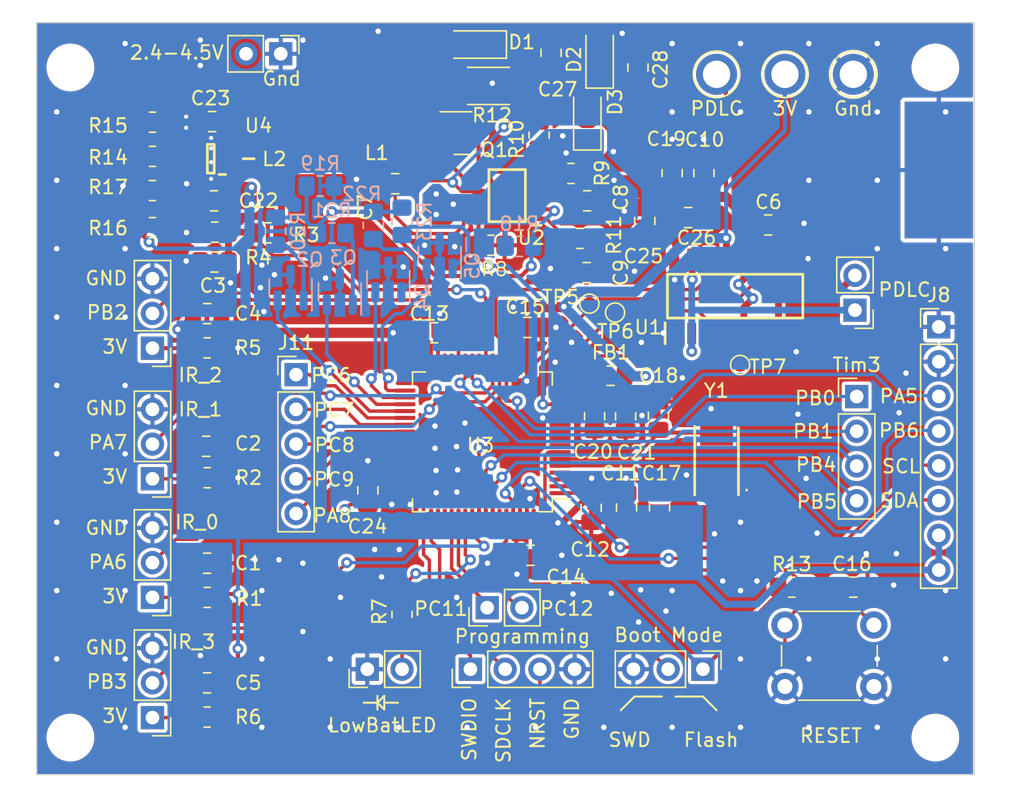
<source format=kicad_pcb>
(kicad_pcb (version 20221018) (generator pcbnew)
  (title_block (comment 4 "AISLER Project ID: UWGIGKXG"))
  (layers (0 "F.Cu" signal) (31 "B.Cu" signal) (34 "B.Paste" user) (35 "F.Paste" user) (36 "B.SilkS" user "B.Silkscreen") (37 "F.SilkS" user "F.Silkscreen") (38 "B.Mask" user) (39 "F.Mask" user) (44 "Edge.Cuts" user))
  (net 0 "")
  (net 1 "+3V0")
  (net 2 "GND")
  (net 3 "VCC")
  (net 4 "+BATT")
  (net 5 "/MCU/NRST")
  (net 6 "VDDA")
  (net 7 "Net-(D1-A)")
  (net 8 "Net-(J2-Pin_1)")
  (net 9 "/IR_SIG0")
  (net 10 "Net-(J3-Pin_1)")
  (net 11 "/IR_SIG1")
  (net 12 "Net-(J4-Pin_1)")
  (net 13 "/IR_SIG2")
  (net 14 "Net-(J5-Pin_1)")
  (net 15 "/IR_SIG3")
  (net 16 "Net-(J6-Pin_2)")
  (net 17 "Net-(J7-Pin_1)")
  (net 18 "Net-(J7-Pin_2)")
  (net 19 "/MCU/PA5")
  (net 20 "/MCU/PA8")
  (net 21 "/MCU/PA9")
  (net 22 "/MCU/PA10")
  (net 23 "/MCU/PA11")
  (net 24 "/MCU/PA12")
  (net 25 "/MCU/PA15")
  (net 26 "Net-(J9-Pin_2)")
  (net 27 "/MCU/PB4")
  (net 28 "/MCU/PB5")
  (net 29 "/MCU/PB6")
  (net 30 "/MCU/PB7")
  (net 31 "/MCU/PB8")
  (net 32 "/MCU/PB9")
  (net 33 "/MCU/PB10")
  (net 34 "/MCU/PC0")
  (net 35 "/MCU/PC1")
  (net 36 "/MCU/PC2")
  (net 37 "/MCU/PC3")
  (net 38 "/MCU/PC6")
  (net 39 "/MCU/PC7")
  (net 40 "/MCU/PC8")
  (net 41 "/MCU/PC9")
  (net 42 "/MCU/PC10")
  (net 43 "/MCU/PC11")
  (net 44 "/MCU/PC12")
  (net 45 "/MCU/PC13")
  (net 46 "/MCU/PC14")
  (net 47 "/MCU/PC15")
  (net 48 "/MCU/SDCLK")
  (net 49 "/MCU/SWDIO")
  (net 50 "Net-(U4-LX1)")
  (net 51 "Net-(U4-LX2)")
  (net 52 "/VBAT_FB")
  (net 53 "/MCU/LOW-BAT_LED_EN")
  (net 54 "/MCU/HSE_IN")
  (net 55 "/MCU/HSE_OUT")
  (net 56 "Net-(U4-MODE)")
  (net 57 "Net-(U4-EN)")
  (net 58 "Net-(U4-FB)")
  (net 59 "/H-BRIDGE_IN_A")
  (net 60 "/H-BRIDGE_IN_B")
  (net 61 "/H-BRIDGE_PWM")
  (net 62 "/H-BRIDGE_SEL")
  (net 63 "/MCU/PB0")
  (net 64 "/MCU/PB1")
  (net 66 "Net-(U2-INTVcc)")
  (net 67 "Net-(U2-SS)")
  (net 68 "Net-(C9-Pad2)")
  (net 69 "Net-(D1-K)")
  (net 70 "Net-(D2-K)")
  (net 71 "Net-(Q1-G)")
  (net 72 "Net-(Q1-S)")
  (net 73 "Net-(Q2-D)")
  (net 74 "Net-(Q3-D)")
  (net 75 "Net-(Q4-D)")
  (net 76 "Net-(Q5-D)")
  (net 77 "Net-(U2-RT)")
  (net 78 "Net-(U2-PGOOD)")
  (net 79 "Net-(U2-FBX)")
  (net 81 "Net-(U2-EN{slash}UVLO)")
  (net 82 "/PDLC-BOOST_VOut_EN")
  (net 83 "/PDLC-BOOST_VOUT-FBbit3")
  (net 84 "/PDLC-BOOST_VOUT-FBbit2")
  (net 85 "/PDLC-BOOST_VOUT-FBbit1")
  (net 86 "/PDLC-BOOST_VOUT-FBbit0")
  (footprint "Connector_PinHeader_2.54mm:PinHeader_1x04_P2.54mm_Vertical" (layer "F.Cu") (at 155.25 115.75 90)
    (fp_text reference "J12" hide)
    (fp_text value "Conn_01x04_Pin")
  )
  (footprint "MountingHole:MountingHole_3mm" (layer "F.Cu") (at 126 120.75)
    (fp_text reference "H4" hide)
    (fp_text value "MountingHole")
  )
  (footprint "Connector_PinHeader_2.54mm:PinHeader_1x03_P2.54mm_Vertical" (layer "F.Cu") (at 172.25 115.75 -90)
    (fp_text reference "J9" hide)
    (fp_text value "MCU_MODE_PINS")
  )
  (footprint "Resistor_SMD:R_0805_2012Metric_Pad1.20x1.40mm_HandSolder" (layer "F.Cu") (at 163.25 84.25 180)
    (fp_text reference "R11")
    (fp_text value "7.5k")
  )
  (footprint "Components:exposedPad5x10" (layer "F.Cu") (at 189.5 79.25 90)
    (fp_text reference "TP3" hide)
    (fp_text value "TestPoint" hide)
  )
  (footprint "Capacitor_SMD:C_0805_2012Metric_Pad1.18x1.45mm_HandSolder" (layer "F.Cu") (at 136.4932 81.5 180)
    (fp_text reference "C22")
    (fp_text value "10u")
  )
  (footprint "Resistor_SMD:R_0805_2012Metric_Pad1.20x1.40mm_HandSolder" (layer "F.Cu") (at 136 110.5 180)
    (fp_text reference "R1")
    (fp_text value "R")
  )
  (footprint "Capacitor_SMD:C_0805_2012Metric_Pad1.18x1.45mm_HandSolder" (layer "F.Cu") (at 164.3318 97.246 -90)
    (fp_text reference "C20")
    (fp_text value "10n")
  )
  (footprint "Connector_PinHeader_2.54mm:PinHeader_1x08_P2.54mm_Vertical" (layer "F.Cu") (at 189.5 90.72)
    (fp_text reference "J8")
    (fp_text value "Conn_01x08_Pin")
  )
  (footprint "Capacitor_SMD:C_0805_2012Metric_Pad1.18x1.45mm_HandSolder" (layer "F.Cu") (at 149.75 80.25)
    (fp_text reference "C7")
    (fp_text value "4.7u")
  )
  (footprint "Resistor_SMD:R_0805_2012Metric_Pad1.20x1.40mm_HandSolder" (layer "F.Cu") (at 132 80.75 180)
    (fp_text reference "R17")
    (fp_text value "91k")
  )
  (footprint "Resistor_SMD:R_2010_5025Metric_Pad1.40x2.65mm_HandSolder" (layer "F.Cu") (at 156.575 73.1 180)
    (fp_text reference "R12")
    (fp_text value "5m")
  )
  (footprint "Resistor_SMD:R_0805_2012Metric_Pad1.20x1.40mm_HandSolder" (layer "F.Cu") (at 132 75.75 180)
    (fp_text reference "R15")
    (fp_text value "100k")
  )
  (footprint "Capacitor_SMD:C_0805_2012Metric_Pad1.18x1.45mm_HandSolder" (layer "F.Cu") (at 177.0198 83.2652)
    (fp_text reference "C6")
    (fp_text value "100n")
  )
  (footprint "TestPoint:TestPoint_Pad_D1.0mm" (layer "F.Cu") (at 165.83 89.67)
    (fp_text reference "TP6")
    (fp_text value "TestPoint")
  )
  (footprint "TestPoint:TestPoint_Pad_D1.0mm" (layer "F.Cu") (at 174.97 93.5)
    (fp_text reference "TP7")
    (fp_text value "TestPoint")
  )
  (footprint "Button_Switch_THT:SW_PUSH_6mm_H5mm" (layer "F.Cu") (at 178.25 112.5186)
    (fp_text reference "SW1" hide)
    (fp_text value "SW_Push")
  )
  (footprint "Resistor_SMD:R_0805_2012Metric_Pad1.20x1.40mm_HandSolder" (layer "F.Cu") (at 136.5572 83.7918 180)
    (fp_text reference "R4")
    (fp_text value "100K")
  )
  (footprint "Capacitor_SMD:C_0805_2012Metric_Pad1.18x1.45mm_HandSolder" (layer "F.Cu") (at 171.175 82.725)
    (fp_text reference "C26")
    (fp_text value "10u")
  )
  (footprint "Capacitor_SMD:C_0805_2012Metric_Pad1.18x1.45mm_HandSolder" (layer "F.Cu") (at 168 82.975 90)
    (fp_text reference "C25")
    (fp_text value "10u")
  )
  (footprint "Diode_SMD:D_SOD-123F" (layer "F.Cu") (at 164.7 71.05 90)
    (fp_text reference "D2")
    (fp_text value "~")
  )
  (footprint "Capacitor_SMD:C_0805_2012Metric_Pad1.18x1.45mm_HandSolder" (layer "F.Cu") (at 152.597 91.15)
    (fp_text reference "C13")
    (fp_text value "100n")
  )
  (footprint "Connector_PinHeader_2.54mm:PinHeader_1x02_P2.54mm_Vertical" (layer "F.Cu") (at 141.3804 70.75 -90)
    (fp_text reference "J1" hide)
    (fp_text value "BATT_PINS")
  )
  (footprint "Capacitor_SMD:C_0805_2012Metric_Pad1.18x1.45mm_HandSolder" (layer "F.Cu") (at 166.6686 103.9223 -90)
    (fp_text reference "C11")
    (fp_text value "10u")
  )
  (footprint "Capacitor_SMD:C_0805_2012Metric_Pad1.18x1.45mm_HandSolder" (layer "F.Cu") (at 147.75 102.6708 90)
    (fp_text reference "C24")
    (fp_text value "100n")
  )
  (footprint "Resistor_SMD:R_0805_2012Metric_Pad1.20x1.40mm_HandSolder" (layer "F.Cu") (at 132 83.4616)
    (fp_text reference "R16")
    (fp_text value "511k")
  )
  (footprint "Components:LT3759" (layer "F.Cu") (at 163.842 83.917 180)
    (fp_text reference "U2")
    (fp_text value "~")
  )
  (footprint "Capacitor_SMD:C_0805_2012Metric_Pad1.18x1.45mm_HandSolder" (layer "F.Cu") (at 159.4176 90.7582)
    (fp_text reference "C15")
    (fp_text value "100n")
  )
  (footprint "Resistor_SMD:R_0805_2012Metric_Pad1.20x1.40mm_HandSolder" (layer "F.Cu") (at 132 78.25)
    (fp_text reference "R14")
    (fp_text value "100k")
  )
  (footprint "TestPoint:TestPoint_Plated_Hole_D2.0mm" (layer "F.Cu") (at 178.25 72.25)
    (fp_text reference "TP1" hide)
    (fp_text value "TestPoint" hide)
  )
  (footprint "MountingHole:MountingHole_3mm" (layer "F.Cu") (at 189.25 71.75)
    (fp_text reference "H1" hide)
    (fp_text value "MountingHole")
  )
  (footprint "Capacitor_SMD:C_0805_2012Metric_Pad1.18x1.45mm_HandSolder" (layer "F.Cu") (at 136 108)
    (fp_text reference "C1")
    (fp_text value "100n")
  )
  (footprint "MountingHole:MountingHole_3mm" (layer "F.Cu") (at 126 71.75)
    (fp_text reference "H3" hide)
    (fp_text value "MountingHole")
  )
  (footprint "Capacitor_SMD:C_0805_2012Metric_Pad1.18x1.45mm_HandSolder" (layer "F.Cu") (at 169.0816 103.9008 -90)
    (fp_text reference "C17")
    (fp_text value "26p")
  )
  (footprint "TestPoint:TestPoint_Pad_D1.0mm" (layer "F.Cu") (at 163.95 89.02)
    (fp_text reference "TP5")
    (fp_text value "TestPoint")
  )
  (footprint "Resistor_SMD:R_0805_2012Metric_Pad1.20x1.40mm_HandSolder" (layer "F.Cu") (at 156.75 84.75)
    (fp_text reference "R8")
    (fp_text value "118k")
  )
  (footprint "Resistor_SMD:R_0805_2012Metric_Pad1.20x1.40mm_HandSolder" (layer "F.Cu") (at 150.25 111.75 -90)
    (fp_text reference "R7")
    (fp_text value "undetermined")
  )
  (footprint "Diode_SMD:D_SOD-123F" (layer "F.Cu") (at 163.8 75.575 90)
    (fp_text reference "D3")
    (fp_text value "~")
  )
  (footprint "Components:MRS8030T100" (layer "F.Cu") (at 146.3 73.4)
    (fp_text reference "L1")
    (fp_text value "10u")
  )
  (footprint "Package_TO_SOT_SMD:SOT-23" (layer "F.Cu") (at 154.7 76.55)
    (fp_text reference "Q1")
    (fp_text value "NMOS")
  )
  (footprint "Capacitor_SMD:C_0805_2012Metric_Pad1.18x1.45mm_HandSolder" (layer "F.Cu") (at 136.5224 85.9762 180)
    (fp_text reference "C3")
    (fp_text value "100n")
  )
  (footprint "Resistor_SMD:R_0805_2012Metric_Pad1.20x1.40mm_HandSolder" (layer "F.Cu") (at 140.434 83.8426 180)
    (fp_text reference "R3")
    (fp_text value "51k")
  )
  (footprint "Components:ABM3" (layer "F.Cu") (at 173.25 100.5 90)
    (fp_text reference "Y1")
    (fp_text value "ABM3-8.000MHZ-D2Y-T" hide)
  )
  (footprint "Capacitor_SMD:C_0805_2012Metric_Pad1.18x1.45mm_HandSolder" (layer "F.Cu") (at 163.75 86.75 180)
    (fp_text reference "C9")
    (fp_text value "22n")
  )
  (footprint "MountingHole:MountingHole_3mm" (layer "F.Cu") (at 189.25 120.75)
    (fp_text reference "H2" hide)
    (fp_text value "MountingHole")
  )
  (footprint "Connector_PinHeader_2.54mm:PinHeader_1x03_P2.54mm_Vertical" (layer "F.Cu") (at 132 110.5 180)
    (fp_text reference "J2" hide)
    (fp_text value "IR_SENSOR0_PINS")
  )
  (footprint "Capacitor_SMD:C_0805_2012Metric_Pad1.18x1.45mm_HandSolder" (layer "F.Cu") (at 167.5 71.75 90)
    (fp_text reference "C28")
    (fp_text value "100n")
  )
  (footprint "Components:SOIC127P600X175-16N" (layer "F.Cu") (at 174.6068 88.4722 90)
    (fp_text reference "U1")
    (fp_text value "VNH7070ASTR" hide)
  )
  (footprint "Resistor_SMD:R_0805_2012Metric_Pad1.20x1.40mm_HandSolder" (layer "F.Cu") (at 136 119.25 180)
    (fp_text reference "R6")
    (fp_text value "R")
  )
  (footprint "TestPoint:TestPoint_Plated_Hole_D2.0mm" (layer "F.Cu") (at 183.25 72.25)
    (fp_text reference "TP4" hide)
    (fp_text value "TestPoint" hide)
  )
  (footprint "Connector_PinHeader_2.54mm:PinHeader_1x03_P2.54mm_Vertical" (layer "F.Cu") (at 132 119.29 180)
    (fp_text reference "J5" hide)
    (fp_text value "IR_SENSOR3_PINS")
  )
  (footprint "Connector_PinHeader_2.54mm:PinHeader_1x05_P2.54mm_Vertical" (layer "F.Cu") (at 142.5 94.21)
    (fp_text reference "J11")
    (fp_text value "Conn_01x05_Pin")
  )
  (footprint "Resistor_SMD:R_0805_2012Metric_Pad1.20x1.40mm_HandSolder" (layer "F.Cu") (at 162.6 79.5)
    (fp_text reference "R9")
    (fp_text value "41.2k")
  )
  (footprint "Capacitor_SMD:C_0805_2012Metric_Pad1.18x1.45mm_HandSolder" (layer "F.Cu") (at 172.325 79.475 -90)
    (fp_text reference "C10")
    (fp_text value "10u")
  )
  (footprint "Capacitor_SMD:C_0805_2012Metric_Pad1.18x1.45mm_HandSolder" (layer "F.Cu") (at 166.6 97.2625 -90)
    (fp_text reference "C21")
    (fp_text value "1u")
  )
  (footprint "Capacitor_SMD:C_0805_2012Metric_Pad1.18x1.45mm_HandSolder" (layer "F.Cu") (at 163.7875 81.5 180)
    (fp_text reference "C8")
    (fp_text value "50n")
  )
  (footprint "Capacitor_SMD:C_0805_2012Metric_Pad1.18x1.45mm_HandSolder" (layer "F.Cu") (at 135.9288 99.4503)
    (fp_text reference "C2")
    (fp_text value "100n")
  )
  (footprint "Capacitor_SMD:C_0805_2012Metric_Pad1.18x1.45mm_HandSolder" (layer "F.Cu") (at 164.0778 103.9516 -90)
    (fp_text reference "C12")
    (fp_text value "100n")
  )
  (footprint "Capacitor_SMD:C_0805_2012Metric_Pad1.18x1.45mm_HandSolder" (layer "F.Cu") (at 169 97.2125 90)
    (fp_text reference "C18")
    (fp_text value "26p")
  )
  (footprint "Capacitor_SMD:C_0805_2012Metric_Pad1.18x1.45mm_HandSolder" (layer "F.Cu") (at 159.6462 107.4206 180)
    (fp_text reference "C14")
    (fp_text value "100n")
  )
  (footprint "Capacitor_SMD:C_0805_2012Metric_Pad1.18x1.45mm_HandSolder" (layer "F.Cu") (at 136 89.75)
    (fp_text reference "C4")
    (fp_text value "100n")
  )
  (footprint "Connector_PinHeader_2.54mm:PinHeader_1x02_P2.54mm_Vertical" (layer "F.Cu") (at 183.3698 89.4932 180)
    (fp_text reference "J7" hide)
    (fp_text value "PDLC_JST_PINS")
  )
  (footprint "Package_QFP:LQFP-64_10x10mm_P0.5mm" (layer "F.Cu") (at 156.1276 99.1256 180)
    (fp_text reference "U3")
    (fp_text value "STM32F411RETx")
  )
  (footprint "Diode_SMD:D_SOD-123F" (layer "F.Cu") (at 155.675 70.075 180)
    (fp_text reference "D1")
    (fp_text value "~")
  )
  (footprint "Capacitor_SMD:C_0805_2012Metric_Pad1.18x1.45mm_HandSolder" (layer "F.Cu") (at 183.25 109.75)
    (fp_text reference "C16")
    (fp_text value "100n")
  )
  (footprint "Capacitor_SMD:C_0805_2012Metric_Pad1.18x1.45mm_HandSolder" (layer "F.Cu") (at 161.15 70.675 90)
    (fp_text reference "C27")
    (fp_text value "10u")
  )
  (footprint "Resistor_SMD:R_0805_2012Metric_Pad1.20x1.40mm_HandSolder" (layer "F.Cu") (at 160.275 76.7 -90)
    (fp_text reference "R10")
    (fp_text value "100k")
  )
  (footprint "Connector_PinHeader_2.54mm:PinHeader_1x02_P2.54mm_Vertical" (layer "F.Cu") (at 156.475 111.25 90)
    (fp_text reference "J13" hide)
    (fp_text value "GPIO_OUT_CONN")
  )
  (footprint "Resistor_SMD:R_0805_2012Metric_Pad1.20x1.40mm_HandSolder" (layer "F.Cu") (at 178.75 109.75)
    (fp_text reference "R13")
    (fp_text value "10k")
  )
  (footprint "Resistor_SMD:R_0805_2012Metric_Pad1.20x1.40mm_HandSolder" (layer "F.Cu") (at 136 101.75 180)
    (fp_text reference "R2")
    (fp_text value "R")
  )
  (footprint "Capacitor_SMD:C_0805_2012Metric_Pad1.18x1.45mm_HandSolder" (layer "F.Cu") (at 170 79.475 -90)
    (fp_text reference "C19")
    (fp_text value "10u")
  )
  (footprint "TestPoint:TestPoint_Plated_Hole_D2.0mm" (layer "F.Cu") (at 173.25 72.25)
    (fp_text reference "TP2" hide)
    (fp_text value "TestPoint" hide)
  )
  (footprint "Components:SOTFL50P160X60-8N" (layer "F.Cu") (at 136.2648 78.4244 180)
    (fp_text reference "U4")
    (fp_text value "TPS631000DRLR" hide)
  )
  (footprint "Connector_PinHeader_2.54mm:PinHeader_1x02_P2.54mm_Vertical" (layer "F.Cu") (at 147.71 115.75 90)
    (fp_text reference "J6" hide)
    (fp_text value "LOW-BAT_LED_CONN")
  )
  (footprint "Inductor_SMD:L_0805_2012Metric_Pad1.15x1.40mm_HandSolder" (layer "F.Cu") (at 165.5 94.2888 180)
    (fp_text reference "FB1")
    (fp_text value "FerriteBead")
  )
  (footprint "Components:DFE18SAN1R0ME0L" (layer "F.Cu") (at 139.0332 78.4218 -90)
    (fp_text reference "L2")
    (fp_text value "DFE18SAN1R0ME0L" hide)
  )
  (footprint "Resistor_SMD:R_0805_2012Metric_Pad1.20x1.40mm_HandSolder" (layer "F.Cu") (at 136 92.25 180)
    (fp_text reference "R5")
    (fp_text value "R")
  )
  (footprint "Connector_PinHeader_2.54mm:PinHeader_1x04_P2.54mm_Vertical" (layer "F.Cu") (at 183.4968 95.8128)
    (fp_text reference "J10" hide)
    (fp_text value "TIM3_OUT_CONN")
  )
  (footprint "Connector_PinHeader_2.54mm:PinHeader_1x03_P2.54mm_Vertical" (layer "F.Cu") (at 132 101.83 180)
    (fp_text reference "J3" hide)
    (fp_text value "IR_SENSOR1_PINS")
  )
  (footprint "Connector_PinHeader_2.54mm:PinHeader_1x03_P2.54mm_Vertical" (layer "F.Cu") (at 132 92.275 180)
    (fp_text reference "J4" hide)
    (fp_text value "IR_SENSOR2_PINS")
  )
  (footprint "Capacitor_SMD:C_0805_2012Metric_Pad1.18x1.45mm_HandSolder" (layer "F.Cu") (at 136.3664 75.7066 180)
    (fp_text reference "C23")
    (fp_text value "10u")
  )
  (footprint "Capacitor_SMD:C_0805_2012Metric_Pad1.18x1.45mm_HandSolder" (layer "F.Cu") (at 136 116.75)
    (fp_text reference "C5")
    (fp_text value "100n")
  )
  (footprint "Package_TO_SOT_SMD:SOT-23" (layer "B.Cu") (at 149.25 87.25 90)
    (fp_text reference "Q4")
    (fp_text value "NMOS")
  )
  (footprint "Package_TO_SOT_SMD:SOT-23" (layer "B.Cu") (at 145.7 88.15 90)
    (fp_text reference "Q3")
    (fp_text value "NMOS")
  )
  (footprint "Resistor_SMD:R_0805_2012Metric_Pad1.20x1.40mm_HandSolder" (layer "B.Cu") (at 150.25 83 90)
    (fp_text reference "R23")
    (fp_text value "20k")
  )
  (footprint "Resistor_SMD:R_0805_2012Metric_Pad1.20x1.40mm_HandSolder" (layer "B.Cu") (at 145.11 83.86 180)
    (fp_text reference "R21")
    (fp_text value "80k")
  )
  (footprint "Resistor_SMD:R_0805_2012Metric_Pad1.20x1.40mm_HandSolder" (layer "B.Cu") (at 141 83.72 90)
    (fp_text reference "R20")
    (fp_text value "160k")
  )
  (footprint "Package_TO_SOT_SMD:SOT-23" (layer "B.Cu") (at 142.1 87.85 90)
    (fp_text reference "Q2")
    (fp_text value "NMOS")
  )
  (footprint "Resistor_SMD:R_0805_2012Metric_Pad1.20x1.40mm_HandSolder" (layer "B.Cu") (at 148.15 83.3 90)
    (fp_text reference "R22")
    (fp_text value "40k")
  )
  (footprint "Package_TO_SOT_SMD:SOT-23" (layer "B.Cu") (at 153 85.5 90)
    (fp_text reference "Q5")
    (fp_text value "NMOS")
  )
  (footprint "Resistor_SMD:R_0805_2012Metric_Pad1.20x1.40mm_HandSolder" (layer "B.Cu") (at 158.83 84.83 180)
    (fp_text reference "R18")
    (fp_text value "590k")
  )
  (footprint "Resistor_SMD:R_0805_2012Metric_Pad1.20x1.40mm_HandSolder" (layer "B.Cu") (at 144.27 80.42 180)
    (fp_text reference "R19")
    (fp_text value "47.6k")
  )
  (gr_line (start 147.45 118.2) (end 148.45 118.2) (stroke (width 0.15)) (layer "F.SilkS"))
  (gr_line (start 148.45 117.7) (end 148.45 118.7) (stroke (width 0.15)) (layer "F.SilkS"))
  (gr_line (start 167.25 117.75) (end 166.25 118.75) (stroke (width 0.15)) (layer "F.SilkS"))
  (gr_line (start 148.95 118.2) (end 149.95 118.2) (stroke (width 0.15)) (layer "F.SilkS"))
  (gr_line (start 170.25 117.75) (end 172.25 117.75) (stroke (width 0.15)) (layer "F.SilkS"))
  (gr_line (start 148.95 117.7) (end 148.95 118.7) (stroke (width 0.15)) (layer "F.SilkS"))
  (gr_line (start 172.25 117.75) (end 173.25 118.75) (stroke (width 0.15)) (layer "F.SilkS"))
  (gr_line (start 148.45 118.2) (end 148.95 117.7) (stroke (width 0.15)) (layer "F.SilkS"))
  (gr_line (start 148.95 118.7) (end 148.45 118.2) (stroke (width 0.15)) (layer "F.SilkS"))
  (gr_line (start 169.25 117.75) (end 167.25 117.75) (stroke (width 0.15)) (layer "F.SilkS"))
  (gr_rect (start 123.53 68.4638) (end 192.09 123.4638) (stroke (width 0.1)) (fill none) (layer "Edge.Cuts"))
  (gr_text "PB5" (at 179.01 104.082) (layer "F.SilkS") (effects (font (size 1 1) (thickness 0.15) bold) (justify left bottom)))
  (gr_text "PA6" (at 130.25 108.5) (layer "F.SilkS") (effects (font (size 1 1) (thickness 0.15) bold) (justify right bottom)))
  (gr_text "GND" (at 130.25 97.25) (layer "F.SilkS") (effects (font (size 1 1) (thickness 0.15) bold) (justify right bottom)))
  (gr_text "SCL" (at 185.25 101.5) (layer "F.SilkS") (effects (font (size 1 1) (thickness 0.15) bold) (justify left bottom)))
  (gr_text "PC12" (at 164.35 111.9) (layer "F.SilkS") (effects (font (size 1 1) (thickness 0.15) bold) (justify right bottom)))
  (gr_text "PC6\n" (at 146.65 94.85) (layer "F.SilkS") (effects (font (size 1 1) (thickness 0.15) bold) (justify right bottom)))
  (gr_text "PC7" (at 146.85 97.4) (layer "F.SilkS") (effects (font (size 1 1) (thickness 0.15) bold) (justify right bottom)))
  (gr_text "SWD" (at 165.25 121.5) (layer "F.SilkS") (effects (font (size 1 1) (thickness 0.15) bold) (justify left bottom)))
  (gr_text "RESET" (at 179.25 121.2) (layer "F.SilkS") (effects (font (size 1 1) (thickness 0.15) bold) (justify left bottom)))
  (gr_text "PA7" (at 130.25 99.75) (layer "F.SilkS") (effects (font (size 1 1) (thickness 0.15) bold) (justify right bottom)))
  (gr_text "PC9" (at 146.865 102.459548) (layer "F.SilkS") (effects (font (size 1 1) (thickness 0.15) bold) (justify right bottom)))
  (gr_text "PC8" (at 146.9 99.95) (layer "F.SilkS") (effects (font (size 1 1) (thickness 0.15) bold) (justify right bottom)))
  (gr_text "SDA" (at 185.1 104) (layer "F.SilkS") (effects (font (size 1 1) (thickness 0.15) bold) (justify left bottom)))
  (gr_text "3V" (at 130.25 92.75) (layer "F.SilkS") (effects (font (size 1 1) (thickness 0.15) bold) (justify right bottom)))
  (gr_text "PA8" (at 146.65 105.1) (layer "F.SilkS") (effects (font (size 1 1) (thickness 0.15) bold) (justify right bottom)))
  (gr_text "Gnd" (at 139.95 73.15) (layer "F.SilkS") (effects (font (size 1 1) (thickness 0.15) bold) (justify left bottom)))
  (gr_text "PB0" (at 178.892 96.512) (layer "F.SilkS") (effects (font (size 1 1) (thickness 0.15) bold) (justify left bottom)))
  (gr_text "PA5" (at 185.08 96.376) (layer "F.SilkS") (effects (font (size 1 1) (thickness 0.15) bold) (justify left bottom)))
  (gr_text "PC11" (at 155.145 111.915) (layer "F.SilkS") (effects (font (size 1 1) (thickness 0.15) bold) (justify right bottom)))
  (gr_text "PB1" (at 178.746 98.947) (layer "F.SilkS") (effects (font (size 1 1) (thickness 0.15) bold) (justify left bottom)))
  (gr_text "PB2" (at 130.25 90.25) (layer "F.SilkS") (effects (font (size 1 1) (thickness 0.15) bold) (justify right bottom)))
  (gr_text "PB4" (at 178.951 101.382) (layer "F.SilkS") (effects (font (size 1 1) (thickness 0.15) bold) (justify left bottom)))
  (gr_text "2.4-4.5V" (at 130.25 71.25) (layer "F.SilkS") (effects (font (size 1 1)) (justify left bottom)))
  (gr_text "GND" (at 163.25 117.75 90) (layer "F.SilkS") (effects (font (size 1 1) (thickness 0.15) bold) (justify right bottom)))
  (gr_text "3V" (at 130.25 102.25) (layer "F.SilkS") (effects (font (size 1 1) (thickness 0.15) bold) (justify right bottom)))
  (gr_text "SWDIO" (at 155.75 117.75 90) (layer "F.SilkS") (effects (font (size 1 1)) (justify right bottom)))
  (gr_text "SDCLK" (at 158.25 117.75 90) (layer "F.SilkS") (effects (font (size 1 1)) (justify right bottom)))
  (gr_text "PB6" (at 185.022 98.889) (layer "F.SilkS") (effects (font (size 1 1) (thickness 0.15) bold) (justify left bottom)))
  (gr_text "3V" (at 130.25 119.75) (layer "F.SilkS") (effects (font (size 1 1) (thickness 0.15) bold) (justify right bottom)))
  (gr_text "GND" (at 130.25 106) (layer "F.SilkS") (effects (font (size 1 1) (thickness 0.15) bold) (justify right bottom)))
  (gr_text "Flash" (at 170.75 121.5) (layer "F.SilkS") (effects (font (size 1 1) (thickness 0.15) bold) (justify left bottom)))
  (gr_text "GND" (at 130.25 87.75) (layer "F.SilkS") (effects (font (size 1 1) (thickness 0.15) bold) (justify right bottom)))
  (gr_text "PB3" (at 130.25 117.25) (layer "F.SilkS") (effects (font (size 1 1) (thickness 0.15) bold) (justify right bottom)))
  (gr_text "3V" (at 130.25 111) (layer "F.SilkS") (effects (font (size 1 1) (thickness 0.15) bold) (justify right bottom)))
  (gr_text "NRST" (at 160.75 117.75 90) (layer "F.SilkS") (effects (font (size 1 1)) (justify right bottom)))
  (gr_text "GND" (at 130.25 114.75) (layer "F.SilkS") (effects (font (size 1 1) (thickness 0.15) bold) (justify right bottom)))
  (segment (start 137 92.25) (end 138.25 92.25) (width 0.3) (layer "F.Cu") (net 1))
  (segment (start 134.9625 117.2125) (end 137 119.25) (width 0.3) (layer "F.Cu") (net 1))
  (segment (start 147.75 103.7083) (end 148.3381 103.7083) (width 0.25) (layer "F.Cu") (net 1))
  (segment (start 149.6 91.15) (end 139.35 91.15) (width 0.75) (layer "F.Cu") (net 1))
  (segment (start 146.0736 104.0678) (end 146.4331 103.7083) (width 0.25) (layer "F.Cu") (net 1))
  (segment (start 164.0393 102.8756) (end 164.0778 102.9141) (width 0.25) (layer "F.Cu") (net 1))
  (segment (start 158.8776 91.7664) (end 158.3801 91.2689) (width 0.25) (layer "F.Cu") (net 1))
  (segment (start 138.0307 81) (end 139.25 81) (width 0.5) (layer "F.Cu") (net 1))
  (segment (start 161.95 105.05) (end 161.65 105.05) (width 0.5) (layer "F.Cu") (net 1))
  (segment (start 158.8776 93.4506) (end 158.8776 91.7664) (width 0.25) (layer "F.Cu") (net 1))
  (segment (start 139.25 81.75) (end 137.7807 81.75) (width 0.75) (layer "F.Cu") (net 1))
  (segment (start 137.25 110.25) (end 138.25 110.25) (width 0.3) (layer "F.Cu") (net 1))
  (segment (start 164.0778 101.8206) (end 164.1166 101.7818) (width 0.25) (layer "F.Cu") (net 1))
  (segment (start 166.6312 102.8474) (end 166.6686 102.8848) (width 0.25) (layer "F.Cu") (net 1))
  (segment (start 137.1028 81.0721) (end 137.1028 79.2744) (width 0.5) (layer "F.Cu") (net 1))
  (segment (start 139.25 81) (end 139.25 81.75) (width 0.75) (layer "F.Cu") (net 1))
  (segment (start 159.8776 106.6145) (end 160.6837 107.4206) (width 0.25) (layer "F.Cu") (net 1))
  (segment (start 148.3381 103.7083) (end 149.1708 102.8756) (width 0.25) (layer "F.Cu") (net 1))
  (segment (start 160.6837 107.4206) (end 161.9322 107.4206) (width 0.25) (layer "F.Cu") (net 1))
  (segment (start 139.25 80.5) (end 138.5307 80.5) (width 0.75) (layer "F.Cu") (net 1))
  (segment (start 158.3801 89.2889) (end 158.3678 89.2766) (width 0.75) (layer "F.Cu") (net 1))
  (segment (start 149.1708 102.8756) (end 150.5198 102.8756) (width 0.25) (layer "F.Cu") (net 1))
  (segment (start 137.5307 81.5) (end 137.1028 81.0721) (width 0.5) (layer "F.Cu") (net 1))
  (segment (start 138.5307 80.5) (end 137.5307 81.5) (width 0.75) (layer "F.Cu") (net 1))
  (segment (start 177.75 110.25) (end 177.75 109.75) (width 0.3) (layer "F.Cu") (net 1))
  (segment (start 166.5758 94.3396) (end 166.525 94.2888) (width 0.75) (layer "F.Cu") (net 1))
  (segment (start 134.9625 89.75) (end 134.9625 89.7875) (width 0.3) (layer "F.Cu") (net 1))
  (segment (start 164.0778 102.9141) (end 164.0778 102.9222) (width 0.5) (layer "F.Cu") (net 1))
  (segment (start 137 119.25) (end 138.25 118) (width 0.3) (layer "F.Cu") (net 1))
  (segment (start 134.9625 116.75) (end 134.9625 117.2125) (width 0.3) (layer "F.Cu") (net 1))
  (segment (start 134.9625 89.7875) (end 133.85 90.9) (width 0.3) (layer "F.Cu") (net 1))
  (segment (start 134.9625 90.2125) (end 137 92.25) (width 0.3) (layer "F.Cu") (net 1))
  (segment (start 168.0536 94.3396) (end 166.5758 94.3396) (width 0.75) (layer "F.Cu") (net 1))
  (segment (start 139.35 91.15) (end 138.25 92.25) (width 0.75) (layer "F.Cu") (net 1))
  (segment (start 137 110.5) (end 137.25 110.25) (width 0.3) (layer "F.Cu") (net 1))
  (segment (start 139.25 81.75) (end 138.5 81) (width 0.75) (layer "F.Cu") (net 1))
  (segment (start 164.0778 102.9141) (end 163.7859 102.9141) (width 0.5) (layer "F.Cu") (net 1))
  (segment (start 134.9625 108) (end 134.9625 108.4625) (width 0.3) (layer "F.Cu") (net 1))
  (segment (start 137.7807 81.75) (end 137.5307 81.5) (width 0.75) (layer "F.Cu") (net 1))
  (segment (start 173.9718 85.7602) (end 173.9718 84.2558) (width 0.5) (layer "F.Cu") (net 1))
  (segment (start 138.5 81) (end 138.0307 81) (width 0.75) (layer "F.Cu") (net 1))
  (segment (start 158.3801 91.2689) (end 158.3801 90.7582) (width 0.25) (layer "F.Cu") (net 1))
  (segment (start 139.25 80.5) (end 139.25 81) (width 0.75) (layer "F.Cu") (net 1))
  (segment (start 149.624 91.15) (end 151.5595 91.15) (width 0.5) (layer "F.Cu") (net 1))
  (segment (start 152.3776 93.4506) (end 152.3776 91.9681) (width 0.25) (layer "F.Cu") (net 1))
  (segment (start 134.8913 99.6413) (end 137 101.75) (width 0.3) (layer "F.Cu") (net 1))
  (segment (start 159.8776 104.8006) (end 159.8776 106.6145) (width 0.25) (layer "F.Cu") (net 1))
  (segment (start 137 101.75) (end 138.25 101.75) (width 0.3) (layer "F.Cu") (net 1))
  (segment (start 162.0422 89.2766) (end 162.0846 89.2342) (width 0.75) (layer "F.Cu") (net 1))
  (segment (start 131 83.75) (end 131.75 84.5) (width 0.3) (layer "F.Cu") (net 1))
  (segment (start 161.8026 102.8756) (end 164.0393 102.8756) (width 0.25) (layer "F.Cu") (net 1))
  (segment (start 164.0778 102.9141) (end 166.6393 102.9141) (width 0.25) (layer "F.Cu") (net 1))
  (segment (start 164.0778 102.9222) (end 161.95 105.05) (width 0.5) (layer "F.Cu") (net 1))
  (segment (start 134.9625 108.4625) (end 137 110.5) (width 0.3) (layer "F.Cu") (net 1))
  (segment (start 138.25 118) (end 138.25 114.25) (width 0.3) (layer "F.Cu") (net 1))
  (segment (start 134.9625 89.75) (end 134.9625 90.2125) (width 0.3) (layer "F.Cu") (net 1))
  (segment (start 146.4331 103.7083) (end 147.75 103.7083) (width 0.25) (layer "F.Cu") (net 1))
  (segment (start 137.5307 81.5) (end 138.0307 81) (width 0.5) (layer "F.Cu") (net 1))
  (segment (start 158.3678 89.2766) (end 162.0422 89.2766) (width 0.75) (layer "F.Cu") (net 1))
  (segment (start 158.3801 90.7582) (end 158.3801 89.2889) (width 0.75) (layer "F.Cu") (net 1))
  (segment (start 134.8913 99.4503) (end 134.8913 99.6413) (width 0.3) (layer "F.Cu") (net 1))
  (segment (start 166.6312 101.7818) (end 166.6312 102.8474) (width 0.25) (layer "F.Cu") (net 1))
  (segment (start 131 83.4616) (end 131 83.75) (width 0.3) (layer "F.Cu") (net 1))
  (segment (start 172.25 115.75) (end 177.75 110.25) (width 0.3) (layer "F.Cu") (net 1))
  (segment (start 166.6393 102.9141) (end 166.6686 102.8848) (width 0.25) (layer "F.Cu") (net 1))
  (segment (start 152.3776 91.9681) (end 151.5595 91.15) (width 0.25) (layer "F.Cu") (net 1))
  (segment (start 164.0778 102.9141) (end 164.0778 101.8206) (width 0.25) (layer "F.Cu") (net 1))
  (segment (start 173.9718 84.2558) (end 173.9464 84.2304) (width 0.5) (layer "F.Cu") (net 1))
  (via (at 139.25 81.75) (size 0.8) (drill 0.4) (layers "F.Cu" "B.Cu") (net 1))
  (via (at 138.25 114.25) (size 0.8) (drill 0.4) (layers "F.Cu" "B.Cu") (net 1))
  (via (at 138.25 101.75) (size 0.8) (drill 0.4) (layers "F.Cu" "B.Cu") (net 1))
  (via (at 161.9322 107.4206) (size 0.8) (drill 0.4) (layers "F.Cu" "B.Cu") (net 1))
  (via (at 166.6312 101.7818) (size 0.8) (drill 0.4) (layers "F.Cu" "B.Cu") (net 1))
  (via (at 139.25 80.5) (size 0.8) (drill 0.4) (layers "F.Cu" "B.Cu") (net 1))
  (via (at 173.9464 84.2304) (size 0.8) (drill 0.4) (layers "F.Cu" "B.Cu") (net 1))
  (via (at 138.25 110.25) (size 0.8) (drill 0.4) (layers "F.Cu" "B.Cu") (net 1))
  (via (at 164.1166 101.7818) (size 0.8) (drill 0.4) (layers "F.Cu" "B.Cu") (net 1))
  (via (at 133.85 90.9) (size 0.8) (drill 0.4) (layers "F.Cu" "B.Cu") (net 1))
  (via (at 149.6 91.15) (size 0.8) (drill 0.4) (layers "F.Cu" "B.Cu") (net 1))
  (via (at 158.3678 89.2766) (size 0.8) (drill 0.4) (layers "F.Cu" "B.Cu") (net 1))
  (via (at 131.75 84.5) (size 0.8) (drill 0.4) (layers "F.Cu" "B.Cu") (net 1))
  (via (at 138.25 92.25) (size 0.8) (drill 0.4) (layers "F.Cu" "B.Cu") (net 1))
  (via (at 146.0736 104.0678) (size 0.8) (drill 0.4) (layers "F.Cu" "B.Cu") (net 1))
  (via (at 168.0536 94.3396) (size 0.8) (drill 0.4) (layers "F.Cu" "B.Cu") (net 1))
  (via (at 162.0846 89.2342) (size 0.8) (drill 0.4) (layers "F.Cu" "B.Cu") (net 1))
  (via (at 161.65 105.05) (size 0.8) (drill 0.4) (layers "F.Cu" "B.Cu") (net 1))
  (segment (start 189.5 108.5) (end 180.21799 108.5) (width 0.5) (layer "B.Cu") (net 1))
  (segment (start 167.19 94.3396) (end 168.0536 94.3396) (width 0.75) (layer "B.Cu") (net 1))
  (segment (start 173.9 111) (end 171.8 108.9) (width 0.5) (layer "B.Cu") (net 1))
  (segment (start 172.25 115.75) (end 165.25 108.75) (width 0.3) (layer "B.Cu") (net 1))
  (segment (start 178.25 76.35) (end 178.25 72.25) (width 0.3) (layer "B.Cu") (net 1))
  (segment (start 167.3 88.15) (end 171.2196 84.2304) (width 0.75) (layer "B.Cu") (net 1))
  (segment (start 132.25 85) (end 137.65 85) (width 0.3) (layer "B.Cu") (net 1))
  (segment (start 139.25 80.5) (end 139.0878 80.6622) (width 0.75) (layer "B.Cu") (net 1))
  (segment (start 139.0878 84.5) (end 138.8 84.7878) (width 0.75) (layer "B.Cu") (net 1))
  (segment (start 138 85) (end 138.2878 85) (width 0.3) (layer "B.Cu") (net 1))
  (segment (start 138.25 110.25) (end 138.25 105.75) (width 0.3) (layer "B.Cu") (net 1))
  (segment (start 173.9464 84.2304) (end 173.9464 80.6536) (width 0.3) (layer "B.Cu") (net 1))
  (segment (start 138.1 85) (end 138.8 85.7) (width 0.3) (layer "B.Cu") (net 1))
  (segment (start 189.5 108.5) (end 189.5 105.96) (width 0.5) (layer "B.Cu") (net 1))
  (segment (start 171.2196 84.2304) (end 173.9464 84.2304) (width 0.75) (layer "B.Cu") (net 1))
  (segment (start 138.8 85.7) (end 138.8 90.3) (width 0.75) (layer "B.Cu") (net 1))
  (segment (start 173.9464 80.6536) (end 178.25 76.35) (width 0.3) (layer "B.Cu") (net 1))
  (segment (start 138.8 84.7878) (end 138.8 85.7) (width 0.75) (layer "B.Cu") (net 1))
  (segment (start 178.7 108.5) (end 176.2 111) (width 0.5) (layer "B.Cu") (net 1))
  (segment (start 138.5 85) (end 138.5878 85) (width 0.3) (layer "B.Cu") (net 1))
  (segment (start 162.75 108.75) (end 162.5 108.5) (width 0.3) (layer "B.Cu") (net 1))
  (segment (start 138.2878 85) (end 139.0878 84.2) (width 0.3) (layer "B.Cu") (net 1))
  (segment (start 180.21799 108.5) (end 178.7 108.5) (width 0.5) (layer "B.Cu") (net 1))
  (segment (start 137.65 85) (end 138.5 85) (width 0.3) (layer "B.Cu") (net 1))
  (segment (start 138 85) (end 138.1 85) (width 0.3) (layer "B.Cu") (net 1))
  (segment (start 139.0878 83.85) (end 139.0878 84.2) (width 0.75) (layer "B.Cu") (net 1))
  (segment (start 163.1688 88.15) (end 167.3 88.15) (width 0.75) (layer "B.Cu") (net 1))
  (segment (start 131.75 84.5) (end 132.25 85) (width 0.3) (layer "B.Cu") (net 1))
  (segment (start 165.25 108.75) (end 162.75 108.75) (width 0.3) (layer "B.Cu") (net 1))
  (segment (start 139.0878 84.2) (end 139.0878 84.5) (width 0.75) (layer "B.Cu") (net 1))
  (segment (start 138.25 114.25) (end 138.25 110.25) (width 0.3) (layer "B.Cu") (net 1))
  (segment (start 162.0846 89.2342) (end 167.19 94.3396) (width 0.75) (layer "B.Cu") (net 1))
  (segment (start 137.65 85) (end 137.9378 85) (width 0.3) (layer "B.Cu") (net 1))
  (segment (start 162.0846 89.2342) (end 163.1688 88.15) (width 0.75) (layer "B.Cu") (net 1))
  (segment (start 137.65 85) (end 138 85) (width 0.3) (layer "B.Cu") (net 1))
  (segment (start 176.2 111) (end 173.9 111) (width 0.5) (layer "B.Cu") (net 1))
  (segment (start 139.0878 80.6622) (end 139.0878 83.85) (width 0.75) (layer "B.Cu") (net 1))
  (segment (start 137.9378 85) (end 139.0878 83.85) (width 0.3) (layer "B.Cu") (net 1))
  (segment (start 159.3776 91.7354) (end 160.3548 90.7582) (width 0.25) (layer "F.Cu") (net 2))
  (segment (start 159.3776 93.4506) (end 159.3776 91.7354) (width 0.25) (layer "F.Cu") (net 2))
  (segment (start 166.5835 98.2835) (end 166.6 98.3) (width 0.5) (layer "F.Cu") (net 2))
  (segment (start 131 80.5) (end 130.9136 80.4136) (width 0.75) (layer "F.Cu") (net 2))
  (segment (start 161.8026 97.3756) (end 160.540857 97.3756) (width 0.25) (layer "F.Cu") (net 2))
  (segment (start 161.8026 97.3756) (end 164.3244 97.3756) (width 0.25) (layer "F.Cu") (net 2))
  (segment (start 153.6345 91.15) (end 153.6345 90.3845) (width 0.25) (layer "F.Cu") (net 2))
  (segment (start 158.6087 107.4206) (end 159.3776 106.6517) (width 0.25) (layer "F.Cu") (net 2))
  (segment (start 164.1071 104.9598) (end 164.0778 104.9891) (width 0.5) (layer "F.Cu") (net 2))
  (segment (start 148.3925 79.93) (end 148.7125 80.25) (width 0.3) (layer "F.Cu") (net 2))
  (segment (start 179.0518 92.5108) (end 179.0772 92.5362) (width 0.5) (layer "F.Cu") (net 2))
  (segment (start 150.5198 102.3756) (end 149.309 102.3756) (width 0.25) (layer "F.Cu") (net 2))
  (segment (start 148.5667 101.6333) (end 147.75 101.6333) (width 0.25) (layer "F.Cu") (net 2))
  (segment (start 146.92 79.93) (end 148.3925 79.93) (width 0.3) (layer "F.Cu") (net 2))
  (segment (start 164.3318 98.2835) (end 166.5835 98.2835) (width 0.5) (layer "F.Cu") (net 2))
  (segment (start 160.3548 90.7582) (end 160.4551 90.7582) (width 0.25) (layer "F.Cu") (net 2))
  (segment (start 165.2625 86.75) (end 168 84.0125) (width 0.25) (layer "F.Cu") (net 2))
  (segment (start 159.3776 106.6517) (end 159.3776 104.8006) (width 0.25) (layer "F.Cu") (net 2))
  (segment (start 160.4551 90.7582) (end 160.3763 90.7582) (width 0.5) (layer "F.Cu") (net 2))
  (segment (start 147.7754 100.6134) (end 147.75 100.6388) (width 0.5) (layer "F.Cu") (net 2))
  (segment (start 166.6 98.3) (end 166.6 97.4) (width 0.5) (layer "F.Cu") (net 2))
  (segment (start 136.29 78.6758) (end 136.2886 78.6744) (width 0.25) (layer "F.Cu") (net 2))
  (segment (start 136.2886 78.6744) (end 135.4268 78.6744) (width 0.25) (layer "F.Cu") (net 2))
  (segment (start 178.0573 83.2652) (end 179.0518 84.2597) (width 0.75) (layer "F.Cu") (net 2))
  (segment (start 159.3668 103.2042) (end 159.3776 103.215) (width 0.25) (layer "F.Cu") (net 2))
  (segment (start 159.3776 94.67259) (end 159.368842 94.681348) (width 0.25) (layer "F.Cu") (net 2))
  (segment (start 179.0518 84.2597) (end 179.0518 85.7602) (width 0.75) (layer "F.Cu") (net 2))
  (segment (start 179.0518 85.7602) (end 179.9096 85.7602) (width 0.75) (layer "F.Cu") (net 2))
  (segment (start 153.6345 90.3845) (end 153 89.75) (width 0.25) (layer "F.Cu") (net 2))
  (segment (start 169.3686 91.1842) (end 169.349 91.1646) (width 0.5) (layer "F.Cu") (net 2))
  (segment (start 170.1618 87.2397) (end 170.1872 87.2651) (width 0.75) (layer "F.Cu") (net 2))
  (segment (start 134.6297 95.3663) (end 134.5936 95.3302) (width 0.5) (layer "F.Cu") (net 2))
  (segment (start 170.1618 91.1842) (end 169.3686 91.1842) (width 0.5) (layer "F.Cu") (net 2))
  (segment (start 179.9096 85.7602) (end 179.9408 85.729) (width 0.75) (layer "F.Cu") (net 2))
  (segment (start 160.3763 90.7582) (end 160.1623 90.9722) (width 0.5) (layer "F.Cu") (net 2))
  (segment (start 152.8776 91.963115) (end 153.6345 91.206215) (width 0.25) (layer "F.Cu") (net 2))
  (segment (start 153.6491 91.1646) (end 153.6345 91.15) (width 0.5) (layer "F.Cu") (net 2))
  (segment (start 152.8776 93.4506) (end 152.8776 91.963115) (width 0.25) (layer "F.Cu") (net 2))
  (segment (start 159.3776 103.215) (end 159.3776 104.8006) (width 0.25) (layer "F.Cu") (net 2))
  (segment (start 164.7875 86.75) (end 165.2625 86.75) (width 0.25) (layer "F.Cu") (net 2))
  (segment (start 153.6345 91.206215) (end 153.6345 91.15) (width 0.25) (layer "F.Cu") (net 2))
  (segment (start 160.4551 90.7582) (end 161.5004 90.7582) (width 0.25) (layer "F.Cu") (net 2))
  (segment (start 159.3776 93.4506) (end 159.3776 94.67259) (width 0.25) (layer "F.Cu") (net 2))
  (segment (start 179.0518 91.1842) (end 179.0518 92.5108) (width 0.5) (layer "F.Cu") (net 2))
  (segment (start 164.3244 97.3756) (end 164.4 97.3) (width 0.25) (layer "F.Cu") (net 2))
  (segment (start 130.9136 80.4136) (end 129.8422 80.4136) (width 0.75) (layer "F.Cu") (net 2))
  (segment (start 164.3318 97.9318) (end 164.3318 98.2835) (width 0.25) (layer "F.Cu") (net 2))
  (segment (start 149.309 102.3756) (end 148.5667 101.6333) (width 0.25) (layer "F.Cu") (net 2))
  (segment (start 147.75 100.6388) (end 147.75 101.6333) (width 0.5) (layer "F.Cu") (net 2))
  (segment (start 160.540857 97.3756) (end 160.534634 97.381823) (width 0.25) (layer "F.Cu") (net 2))
  (segment (start 170.1618 85.7602) (end 170.1618 87.2397) (width 0.75) (layer "F.Cu") (net 2))
  (via (at 158.65 108.8) (size 0.8) (drill 0.4) (layers "F.Cu" "B.Cu") (net 2))
  (via (at 125 110) (size 0.8) (drill 0.4) (layers "F.Cu" "B.Cu") (net 2))
  (via (at 170.75 94.45) (size 0.8) (drill 0.4) (layers "F.Cu" "B.Cu") (net 2))
  (via (at 130 110) (size 0.8) (drill 0.4) (layers "F.Cu" "B.Cu") (net 2))
  (via (at 134.465 85.9) (size 0.8) (drill 0.4) (layers "F.Cu" "B.Cu") (net 2))
  (via (at 125 85) (size 0.8) (drill 0.4) (layers "F.Cu" "B.Cu") (net 2))
  (via (at 140 115) (size 0.8) (drill 0.4) (layers "F.Cu" "B.Cu") (net 2))
  (via (at 130 120) (size 0.8) (drill 0.4) (layers "F.Cu" "B.Cu") (net 2))
  (via (at 180 120) (size 0.8) (drill 0.4) (layers "F.Cu" "B.Cu") (net 2))
  (via (at 156.85 72.9) (size 0.8) (drill 0.4) (layers "F.Cu" "B.Cu") (net 2))
  (via (at 159.606 103.278) (size 0.8) (drill 0.4) (layers "F.Cu" "B.Cu") (net 2))
  (via (at 185 80) (size 0.8) (drill 0.4) (layers "F.Cu" "B.Cu") (net 2))
  (via (at 172.85 96.7) (size 0.8) (drill 0.4) (layers "F.Cu" "B.Cu") (net 2))
  (via (at 155 120) (size 0.8) (drill 0.4) (layers "F.Cu" "B.Cu") (net 2))
  (via (at 125 95) (size 0.8) (drill 0.4) (layers "F.Cu" "B.Cu") (net 2))
  (via (at 179.9408 85.729) (size 0.8) (drill 0.4) (layers "F.Cu" "B.Cu") (net 2))
  (via (at 167.8 97.2) (size 0.8) (drill 0.4) (layers "F.Cu" "B.Cu") (net 2))
  (via (at 167.25 86.65) (size 0.8) (drill 0.4) (layers "F.Cu" "B.Cu") (net 2))
  (via (at 165.7 77.9) (size 0.8) (drill 0.4) (layers "F.Cu" "B.Cu") (net 2))
  (via (at 175 120) (size 0.8) (drill 0.4) (layers "F.Cu" "B.Cu") (net 2))
  (via (at 130 105) (size 0.8) (drill 0.4) (layers "F.Cu" "B.Cu") (net 2))
  (via (at 152.7374 101.223) (size 0.8) (drill 0.4) (layers "F.Cu" "B.Cu") (net 2))
  (via (at 134.4612 76.1612) (size 0.5) (drill 0.3) (layers "F.Cu" "B.Cu") (net 2))
  (via (at 162.75 110.25) (size 0.8) (drill 0.4) (layers "F.Cu" "B.Cu") (net 2))
  (via (at 179.8 101.8) (size 0.8) (drill 0.4) (layers "F.Cu" "B.Cu") (net 2))
  (via (at 179.65 83.15) (size 0.8) (drill 0.4) (layers "F.Cu" "B.Cu") (net 2))
  (via (at 144.66 87.15) (size 0.8) (drill 0.4) (layers "F.Cu" "B.Cu") (net 2))
  (via (at 140 86.2) (size 0.8) (drill 0.4) (layers "F.Cu" "B.Cu") (net 2))
  (via (at 175 115) (size 0.8) (drill 0.4) (layers "F.Cu" "B.Cu") (net 2))
  (via (at 165 120) (size 0.8) (drill 0.4) (layers "F.Cu" "B.Cu") (net 2))
  (via (at 152.75 102.8486) (size 0.8) (drill 0.4) (layers "F.Cu" "B.Cu") (net 2))
  (via (at 170 75) (size 0.8) (drill 0.4) (layers "F.Cu" "B.Cu") (net 2))
  (via (at 180 115) (size 0.8) (drill 0.4) (layers "F.Cu" "B.Cu") (net 2))
  (via (at 185 75) (size 0.8) (drill 0.4) (layers "F.Cu" "B.Cu") (net 2))
  (via (at 140 120) (size 0.8) (drill 0.4) (layers "F.Cu" "B.Cu") (net 2))
  (via (at 170 110) (size 0.8) (drill 0.4) (layers "F.Cu" "B.Cu") (net 2))
  (via (at 179.2 97.1) (size 0.8) (drill 0.4) (layers "F.Cu" "B.Cu") (net 2))
  (via (at 139.9 87.85) (size 0.8) (drill 0.4) (layers "F.Cu" "B.Cu") (net 2))
  (via (at 185 85) (size 0.8) (drill 0.4) (layers "F.Cu" "B.Cu") (net 2))
  (via (at 150.05 107) (size 0.8) (drill 0.4) (layers "F.Cu" "B.Cu") (net 2))
  (via (at 190 110) (size 0.8) (drill 0.4) (layers "F.Cu" "B.Cu") (net 2))
  (via (at 130 85) (size 0.8) (drill 0.4) (layers "F.Cu" "B.Cu") (net 2))
  (via (at 185 70) (size 0.8) (drill 0.4) (layers "F.Cu" "B.Cu") (net 2))
  (via (at 135.5 69.75) (size 0.8) (drill 0.4) (layers "F.Cu" "B.Cu") (net 2))
  (via (at 130 90) (size 0.8) (drill 0.4) (layers "F.Cu" "B.Cu") (net 2))
  (via (at 161.45 93.3) (size 0.8) (drill 0.4) (layers "F.Cu" "B.Cu") (net 2))
  (via (at 135.5 71.6) (size 0.8) (drill 0.4) (layers "F.Cu" "B.Cu") (net 2))
  (via (at 184.2 107.3) (size 0.8) (drill 0.4) (layers "F.Cu" "B.Cu") (net 2))
  (via (at 134.5 80.25) (size 0.8) (drill 0.4) (layers "F.Cu" "B.Cu") (net 2))
  (via (at 152.6612 97.9718) (size 0.8) (drill 0.4) (layers "F.Cu" "B.Cu") (net 2))
  (via (at 150.34 86.33) (size 0.8) (drill 0.4) (layers "F.Cu" "B.Cu") (net 2))
  (via (at 150 120) (size 0.8) (drill 0.4) (layers "F.Cu" "B.Cu") (net 2))
  (via (at 125 105) (size 0.8) (drill 0.4) (layers "F.Cu" "B.Cu") (net 2))
  (via (at 134.4904 83.8172) (size 0.8) (drill 0.4) (layers "F.Cu" "B.Cu") (net 2))
  (via (at 152.6612 99.5974) (size 0.8) (drill 0.4) (layers "F.Cu" "B.Cu") (net 2))
  (via (at 169.349 91.1646) (size 0.8) (drill 0.4) (layers "F.Cu" "B.Cu") (net 2))
  (via (at 125 75) (size 0.8) (drill 0.4) (layers "F.Cu" "B.Cu") (net 2))
  (via (at 156.5 108) (size 0.8) (drill 0.4) (layers "F.Cu" "B.Cu") (net 2))
  (via (at 175 110) (size 0.8) (drill 0.4) (layers "F.Cu" "B.Cu") (net 2))
  (via (at 153 89.75) (size 0.8) (drill 0.4) (layers "F.Cu" "B.Cu") (net 2))
  (via (at 145.75 110.5) (size 0.8) (drill 0.4) (layers "F.Cu" "B.Cu") (net 2))
  (via (at 175 105) (size 0.8) (drill 0.4) (layers "F.Cu" "B.Cu") (net 2))
  (via (at 150.85 103.7) (size 0.8) (drill 0.4) (layers "F.Cu" "B.Cu") (net 2))
  (via (at 135.5 114.75) (size 0.8) (drill 0.4) (layers "F.Cu" "B.Cu") (net 2))
  (via (at 175 70) (size 0.8) (drill 0.4) (layers "F.Cu" "B.Cu") (net 2))
  (via (at 148.75 109) (size 0.8) (drill 0.4) (layers "F.Cu" "B.Cu") (net 2))
  (via (at 154.25 110.5) (size 0.8) (drill 0.4) (layers "F.Cu" "B.Cu") (net 2))
  (via (at 143 69.75) (size 0.8) (drill 0.4) (layers "F.Cu" "B.Cu") (net 2))
  (via (at 130 115) (size 0.8) (drill 0.4) (layers "F.Cu" "B.Cu") (net 2))
  (via (at 154.2614 102.7978) (size 0.8) (drill 0.4) (layers "F.Cu" "B.Cu") (net 2))
  (via (at 187.1 94.1) (size 0.8) (drill 0.4) (layers "F.Cu" "B.Cu") (net 2))
  (via (at 154.236 99.4704) (size 0.8) (drill 0.4) (layers "F.Cu" "B.Cu") (net 2))
  (via (at 160.534634 97.381823) (size 0.8) (drill 0.4) (layers "F.Cu" "B.Cu") (net 2))
  (via (at 154.1 84.85) (size 0.8) (drill 0.4) (layers "F.Cu" "B.Cu") (net 2))
  (via (at 149.5 103.7) (size 0.8) (drill 0.4) (layers "F.Cu" "B.Cu") (net 2))
  (via (at 173.7 109.3) (size 0.8) (drill 0.4) (layers "F.Cu" "B.Cu") (net 2))
  (via (at 140.15 89.6) (size 0.8) (drill 0.4) (layers "F.Cu" "B.Cu") (net 2))
  (via (at 125 90) (size 0.8) (drill 0.4) (layers "F.Cu" "B.Cu") (net 2))
  (via (at 137.7 87.5) (size 0.8) (drill 0.4) (layers "F.Cu" "B.Cu") (net 2))
  (via (at 125 115) (size 0.8) (drill 0.4) (layers "F.Cu" "B.Cu") (net 2))
  (via (at 170 120) (size 0.8) (drill 0.4) (layers "F.Cu" "B.Cu") (net 2))
  (via (at 180 80) (size 0.8) (drill 0.4) (layers "F.Cu" "B.Cu") (net 2))
  (via (at 136.29 79.895) (size 0.5) (drill 0.3) (layers "F.Cu" "B.Cu") (net 2))
  (via (at 143 108) (size 0.8) (drill 0.4) (layers "F.Cu" "B.Cu") (net 2))
  (via (at 130 70) (size 0.8) (drill 0.4) (layers "F.Cu" "B.Cu") (net 2))
  (via (at 170 77) (size 0.8) (drill 0.4) (layers "F.Cu" "B.Cu") (net 2))
  (via (at 185 115) (size 0.8) (drill 0.4) (layers "F.Cu" "B.Cu") (net 2))
  (via (at 169.55 111.5) (size 0.8) (drill 0.4) (layers "F.Cu" "B.Cu") (net 2))
  (via (at 154.3122 101.1722) (size 0.8) (drill 0.4) (layers "F.Cu" "B.Cu") (net 2))
  (via (at 154.85 97.75) (size 0.8) (drill 0.4) (layers "F.Cu" "B.Cu") (net 2))
  (via (at 180.6 105.8) (size 0.8) (drill 0.4) (layers "F.Cu" "B.Cu") (net 2))
  (via (at 140 110) (size 0.8) (drill 0.4) (layers "F.Cu" "B.Cu") (net 2))
  (via (at 134.4612 75.3484) (size 0.5) (drill 0.3) (layers "F.Cu" "B.Cu") (net 2))
  (via (at 175 75) (size 0.8) (drill 0.4) (layers "F.Cu" "B.Cu") (net 2))
  (via (at 186.6 97) (size 0.8) (drill 0.4) (layers "F.Cu" "B.Cu") (net 2))
  (via (at 161.1 86.45) (size 0.8) (drill 0.4) (layers "F.Cu" "B.Cu") (net 2))
  (via (at 136.2938 76.9084) (size 0.5) (drill 0.3) (layers "F.Cu" "B.Cu") (net 2))
  (via (at 143 113) (size 0.8) (drill 0.4) (layers "F.Cu" "B.Cu") (net 2))
  (via (at 166.35 69.25) (size 0.8) (drill 0.4) (layers "F.Cu" "B.Cu") (net 2))
  (via (at 161.5004 90.7582) (size 0.8) (drill 0.4) (layers "F.Cu" "B.Cu") (net 2))
  (via (at 148.5 69.1) (size 0.8) (drill 0.4) (layers "F.Cu" "B.Cu") (net 2))
  (via (at 190 75) (size 0.8) (drill 0.4) (layers "F.Cu" "B.Cu") (net 2))
  (via (at 148.25 107) (size 0.8) (drill 0.4) (layers "F.Cu" "B.Cu") (net 2))
  (via (at 141.25 107.75) (size 0.8) (drill 0.4) (layers "F.Cu" "B.Cu") (net 2))
  (via (at 167.55 112.3) (size 0.8) (drill 0.4) (layers "F.Cu" "B.Cu") (net 2))
  (via (at 185 120) (size 0.8) (drill 0.4) (layers "F.Cu" "B.Cu") (net 2))
  (via (at 139.5 107.75) (size 0.8) (drill 0.4) (layers "F.Cu" "B.Cu") (net 2))
  (via (at 180 75) (size 0.8) (drill 0.4) (layers "F.Cu" "B.Cu") (net 2))
  (via (at 167.7 109.95) (size 0.8) (drill 0.4) (layers "F.Cu" "B.Cu") (net 2))
  (via (at 151.9 84.75) (size 0.8) (drill 0.4) (layers "F.Cu" "B.Cu") (net 2))
  (via (at 190 115) (size 0.8) (drill 0.4) (layers "F.Cu" "B.Cu") (net 2))
  (via (at 170 70) (size 0.8) (drill 0.4) (layers "F.Cu" "B.Cu") (net 2))
  (via (at 171.05 101.55) (size 0.8) (drill 0.4) (layers "F.Cu" "B.Cu") (net 2))
  (via (at 146.92 79.93) (size 0.8) (drill 0.4) (layers "F.Cu" "B.Cu") (net 2))
  (via (at 160 120) (size 0.8) (drill 0.4) (layers "F.Cu" "B.Cu") (net 2))
  (via (at 186.4 107.3) (size 0.8) (drill 0.4) (layers "F.Cu" "B.Cu") (net 2))
  (via (at 170.1872 87.2651) (size 0.8) (drill 0.4) (layers "F.Cu" "B.Cu") (net 2))
  (via (at 173.1 105.85) (size 0.8) (drill 0.4) (layers "F.Cu" "B.Cu") (net 2))
  (via (at 159.368842 94.681348) (size 0.8) (drill 0.4) (layers "F.Cu" "B.Cu") (net 2))
  (via (at 165.55 110.2) (size 0.8) (drill 0.4) (layers "F.Cu" "B.Cu") (net 2))
  (via (at 125 80) (size 0.8) (drill 0.4) (layers "F.Cu" "B.Cu") (net 2))
  (via (at 180 70) (size 0.8) (drill 0.4) (layers "F.Cu" "B.Cu") (net 2))
  (via (at 186.2 109.6) (size 0.8) (drill 0.4) (layers "F.Cu" "B.Cu") (net 2))
  (via (at 190 85) (size 0.8) (drill 0.4) (layers "F.Cu" "B.Cu") (net 2))
  (via (at 147.75 100.5) (size 0.8) (drill 0.4) (layers "F.Cu" "B.Cu") (net 2))
  (via (at 130 95) (size 0.8) (drill 0.4) (layers "F.Cu" "B.Cu") (net 2))
  (via (at 179.0772 92.5362) (size 0.8) (drill 0.4) (layers "F.Cu" "B.Cu") (net 2))
  (via (at 145 115) (size 0.8) (drill 0.4) (layers "F.Cu" "B.Cu") (net 2))
  (via (at 167.75 91.85) (size 0.8) (drill 0.4) (layers "F.Cu" "B.Cu") (net 2))
  (via (at 136.29 78.6758) (size 0.5) (drill 0.3) (layers "F.Cu" "B.Cu") (net 2))
  (via (at 125 100) (size 0.8) (drill 0.4) (layers "F.Cu" "B.Cu") (net 2))
  (via (at 172.3 77) (size 0.8) (drill 0.4) (layers "F.Cu" "B.Cu") (net 2))
  (via (at 145 120) (size 0.8) (drill 0.4) (layers "F.Cu" "B.Cu") (net 2))
  (via (at 136.29 77.6598) (size 0.5) (drill 0.3) (layers "F.Cu" "B.Cu") (net 2))
  (via (at 176.2 109.3) (size 0.8) (drill 0.4) (layers "F.Cu" "B.Cu") (net 2))
  (via (at 129.8422 80.4136) (size 0.8) (drill 0.4) (layers "F.Cu" "B.Cu") (net 2))
  (via (at 162.65 91.85) (size 0.8) (drill 0.4) (layers "F.Cu" "B.Cu") (net 2))
  (via (at 130 100) (size 0.8) (drill 0.4) (layers "F.Cu" "B.Cu") (net 2))
  (via (at 140.92 86.9) (size 0.8) (drill 0.4) (layers "F.Cu" "B.Cu") (net 2))
  (segment (start 149.25 86.3125) (end 150.3225 86.3125) (width 0.3) (layer "B.Cu") (net 2))
  (segment (start 140.9325 86.9125) (end 140.92 86.9) (width 0.3) (layer "B.Cu") (net 2))
  (segment (start 153 84.5625) (end 151.9375 84.5625) (width 0.3) (layer "B.Cu") (net 2))
  (segment (start 146.43 80.42) (end 146.92 79.93) (width 0.3) (layer "B.Cu") (net 2))
  (segment (start 145.27 80.42) (end 146.43 80.42) (width 0.3) (layer "B.Cu") (net 2))
  (segment (start 151.9375 84.5625) (end 151.88 84.62) (width 0.3) (layer "B.Cu") (net 2))
  (segment (start 142.1 86.9125) (end 140.9325 86.9125) (width 0.3) (layer "B.Cu") (net 2))
  (segment (start 144.7225 87.2125) (end 144.66 87.15) (width 0.3) (layer "B.Cu") (net 2))
  (segment (start 145.7 87.2125) (end 144.7225 87.2125) (width 0.3) (layer "B.Cu") (net 2))
  (segment (start 150.3225 86.3125) (end 150.34 86.33) (width 0.3) (layer "B.Cu") (net 2))
  (segment (start 173.9718 91.1842) (end 175.2418 91.1842) (width 0.5) (layer "F.Cu") (net 3))
  (segment (start 172.75 81.2186) (end 171.5 81.2186) (width 0.75) (layer "F.Cu") (net 3))
  (segment (start 175.2418 84.0057) (end 175.2418 85.7602) (width 0.75) (layer "F.Cu") (net 3))
  (segment (start 165.75 80) (end 166.7814 80) (width 0.75) (layer "F.Cu") (net 3))
  (segment (start 155.776 81.474) (end 154.276 81.474) (width 0.4) (layer "F.Cu") (net 3))
  (segment (start 173.25 72.25) (end 173.9357 72.9357) (width 0.3) (layer "F.Cu") (net 3))
  (segment (start 173.9357 81.2186) (end 172.75 81.2186) (width 0.75) (layer "F.Cu") (net 3))
  (segment (start 175.2418 87.2276) (end 175.2418 85.7602) (width 0.5) (layer "F.Cu") (net 3))
  (segment (start 175.9823 83.2652) (end 175.2418 84.0057) (width 0.75) (layer "F.Cu") (net 3))
  (segment (start 172.2125 81.7561) (end 172.75 81.2186) (width 0.75) (layer "F.Cu") (net 3))
  (segment (start 175.9022 88.6437) (end 175.2418 89.3041) (width 0.5) (layer "F.Cu") (net 3))
  (segment (start 171.5 81.2186) (end 168 81.2186) (width 0.75) (layer "F.Cu") (net 3))
  (segment (start 154.276 81.474) (end 154 81.75) (width 0.5) (layer "F.Cu") (net 3))
  (segment (start 174.8608 87.6086) (end 175.2418 87.2276) (width 0.5) (layer "F.Cu") (net 3))
  (segment (start 166.7814 80) (end 168 81.2186) (width 0.75) (layer "F.Cu") (net 3))
  (segment (start 175.2418 89.3041) (end 175.2418 91.1842) (width 0.5) (layer "F.Cu") (net 3))
  (segment (start 167.6875 82.25) (end 168 81.9375) (width 0.75) (layer "F.Cu") (net 3))
  (segment (start 171.5 81.2186) (end 171.675 81.2186) (width 0.75) (layer "F.Cu") (net 3))
  (segment (start 171.675 81.2186) (end 172.2125 81.7561) (width 0.75) (layer "F.Cu") (net 3))
  (segment (start 166.5 82.25) (end 167.6875 82.25) (width 0.75) (layer "F.Cu") (net 3))
  (segment (start 175.9823 83.2652) (end 173.9357 81.2186) (width 0.75) (layer "F.Cu") (net 3))
  (segment (start 172.2125 82.725) (end 172.2125 81.7561) (width 0.75) (layer "F.Cu") (net 3))
  (segment (start 155.843 81.474) (end 155.776 81.474) (width 0.25) (layer "F.Cu") (net 3))
  (segment (start 173.9357 72.9357) (end 173.9357 81.2186) (width 0.3) (layer "F.Cu") (net 3))
  (via (at 152.75 81) (size 0.8) (drill 0.4) (layers "F.Cu" "B.Cu") (net 3))
  (via (at 175.9022 88.6437) (size 0.8) (drill 0.4) (layers "F.Cu" "B.Cu") (net 3))
  (via (at 152.75 82.5) (size 0.8) (drill 0.4) (layers "F.Cu" "B.Cu") (net 3))
  (via (at 162 76.75) (size 0.8) (drill 0.4) (layers "F.Cu" "B.Cu") (net 3))
  (via (at 154 81.75) (size 0.8) (drill 0.4) (layers "F.Cu" "B.Cu") (net 3))
  (via (at 162.25 78) (size 0.8) (drill 0.4) (layers "F.Cu" "B.Cu") (net 3))
  (via (at 166.5 82.25) (size 0.8) (drill 0.4) (layers "F.Cu" "B.Cu") (net 3))
  (via (at 174.8608 87.6086) (size 0.8) (drill 0.4) (layers "F.Cu" "B.Cu") (net 3))
  (via (at 165.75 80) (size 0.8) (drill 0.4) (layers "F.Cu" "B.Cu") (net 3))
  (segment (start 174.8608 87.6086) (end 174.8671 87.6086) (width 0.5) (layer "B.Cu") (net 3))
  (segment (start 174.8671 87.6086) (end 175.9022 88.6437) (width 0.5) (layer "B.Cu") (net 3))
  (segment (start 157.83 84.83) (end 157.83 83.04) (width 0.3) (layer "B.Cu") (net 3))
  (segment (start 130.9192 78.3308) (end 131 78.25) (width 0.5) (layer "F.Cu") (net 4))
  (segment (start 137.25 75.8605) (end 137.25 77.4272) (width 0.5) (layer "F.Cu") (net 4))
  (segment (start 154.15 83.9) (end 151.025 83.9) (width 0.25) (layer "F.Cu") (net 4))
  (segment (start 132.4 74.35) (end 136.95 74.35) (width 0.3) (layer "F.Cu") (net 4))
  (segment (start 155.843 82.124) (end 155.1485 82.124) (width 0.25) (layer "F.Cu") (net 4))
  (segment (start 155.1485 82.124) (end 154.75 82.5225) (width 0.25) (layer "F.Cu") (net 4))
  (segment (start 141.434 83.8426) (end 141.434 76.1558) (width 0.5) (layer "F.Cu") (net 4))
  (segment (start 149.75 82.625) (end 149.75 79.15) (width 0.25) (layer "F.Cu") (net 4))
  (segment (start 137.25 77.4272) (end 137.1028 77.5744) (width 0.5) (layer "F.Cu") (net 4))
  (segment (start 131 75.75) (end 131 78.25) (width 0.3) (layer "F.Cu") (net 4))
  (segment (start 151.025 83.9) (end 149.9 82.775) (width 0.25) (layer "F.Cu") (net 4))
  (segment (start 146.475 73.4) (end 143.4 73.4) (width 2) (layer "F.Cu") (net 4))
  (segment (start 154.75 82.5225) (end 154.75 83.3) (width 0.25) (layer "F.Cu") (net 4))
  (segment (start 131 75.75) (end 132.4 74.35) (width 0.3) (layer "F.Cu") (net 4))
  (segment (start 149.9 82.775) (end 149.75 82.625) (width 0.25) (layer "F.Cu") (net 4))
  (segment (start 137.4039 75.7066) (end 137.25 75.8605) (width 0.5) (layer "F.Cu") (net 4))
  (segment (start 154.75 83.3) (end 154.15 83.9) (width 0.25) (layer "F.Cu") (net 4))
  (segment (start 161 118) (end 160.33 117.33) (width 0.25) (layer "F.Cu") (net 5))
  (segment (start 161.45 106.4) (end 162.1 106.4) (width 0.25) (layer "F.Cu") (net 5))
  (segment (start 179.75 109.75) (end 179.75 110.75) (width 0.25) (layer "F.Cu") (net 5))
  (segment (start 175.025305 118) (end 161 118) (width 0.25) (layer "F.Cu") (net 5))
  (segment (start 162.1 106.4) (end 164.2 108.5) (width 0.25) (layer "F.Cu") (net 5))
  (segment (start 160.7026 100.134915) (end 160.7026 105.6526) (width 0.25) (layer "F.Cu") (net 5))
  (segment (start 161.8026 99.8756) (end 160.961915 99.8756) (width 0.25) (layer "F.Cu") (net 5))
  (segment (start 160.33 117.33) (end 160.33 115.75) (width 0.25) (layer "F.Cu") (net 5))
  (segment (start 182.2125 109.75) (end 182.2125 109.9811) (width 0.25) (layer "F.Cu") (net 5))
  (segment (start 178.25 112.25) (end 178.25 112.5186) (width 0.25) (layer "F.Cu") (net 5))
  (segment (start 179.75 110.75) (end 178.25 112.25) (width 0.25) (layer "F.Cu") (net 5))
  (segment (start 178.25 112.5186) (end 178.25 114.775305) (width 0.25) (layer "F.Cu") (net 5))
  (segment (start 179.75 109.75) (end 182.2125 109.75) (width 0.25) (layer "F.Cu") (net 5))
  (segment (start 178.5 108.5) (end 179.75 109.75) (width 0.25) (layer "F.Cu") (net 5))
  (segment (start 160.7026 105.6526) (end 161.45 106.4) (width 0.25) (layer "F.Cu") (net 5))
  (segment (start 164.2 108.5) (end 178.5 108.5) (width 0.25) (layer "F.Cu") (net 5))
  (segment (start 182.2125 109.9811) (end 184.75 112.5186) (width 0.25) (layer "F.Cu") (net 5))
  (segment (start 160.961915 99.8756) (end 160.7026 100.134915) (width 0.25) (layer "F.Cu") (net 5))
  (segment (start 178.25 114.775305) (end 175.025305 118) (width 0.25) (layer "F.Cu") (net 5))
  (segment (start 161.8026 96.8756) (end 163.6647 96.8756) (width 0.25) (layer "F.Cu") (net 6))
  (segment (start 164.475 94.2888) (end 164.3318 94.432) (width 0.5) (layer "F.Cu") (net 6))
  (segment (start 166.567 96.2085) (end 166.5778 96.1977) (width 0.25) (layer "F.Cu") (net 6))
  (segment (start 164.3318 96.2085) (end 166.567 96.2085) (width 0.75) (layer "F.Cu") (net 6))
  (segment (start 166.5778 96.1977) (end 166.6432 96.1977) (width 0.25) (layer "F.Cu") (net 6))
  (segment (start 164.3318 94.432) (end 164.3318 96.2085) (width 0.5) (layer "F.Cu") (net 6))
  (segment (start 163.6647 96.8756) (end 164.3318 96.2085) (width 0.25) (layer "F.Cu") (net 6))
  (segment (start 157.6201 70.95) (end 155.15 70.95) (width 0.25) (layer "F.Cu") (net 7))
  (segment (start 152.875 75.6) (end 150.675 73.4) (width 0.5) (layer "F.Cu") (net 7))
  (segment (start 167.5 70.7125) (end 157.8576 70.7125) (width 0.25) (layer "F.Cu") (net 7))
  (segment (start 153.3625 75.6) (end 152.875 75.6) (width 0.5) (layer "F.Cu") (net 7))
  (segment (start 151.925 70.075) (end 154.275 70.075) (width 0.75) (layer "F.Cu") (net 7))
  (segment (start 155.15 70.95) (end 154.275 70.075) (width 0.25) (layer "F.Cu") (net 7))
  (segment (start 157.8576 70.7125) (end 157.6201 70.95) (width 0.25) (layer "F.Cu") (net 7))
  (segment (start 150.675 73.4) (end 150.675 71.325) (width 0.75) (layer "F.Cu") (net 7))
  (segment (start 150.675 71.325) (end 151.925 70.075) (width 0.75) (layer "F.Cu") (net 7))
  (segment (start 132 110.5) (end 135 110.5) (width 0.25) (layer "F.Cu") (net 8))
  (segment (start 133.71 106.25) (end 135.25 106.25) (width 0.25) (layer "F.Cu") (net 9))
  (segment (start 156.313596 96.2004) (end 157.3776 95.136396) (width 0.25) (layer "F.Cu") (net 9))
  (segment (start 139.5 100) (end 141.5 98) (width 0.25) (layer "F.Cu") (net 9))
  (segment (start 152.7024 96.2004) (end 156.313596 96.2004) (width 0.25) (layer "F.Cu") (net 9))
  (segment (start 157.3776 95.136396) (end 157.3776 93.4506) (width 0.25) (layer "F.Cu") (net 9))
  (segment (start 132 107.96) (end 133.71 106.25) (width 0.25) (layer "F.Cu") (net 9))
  (segment (start 139.5 102) (end 139.5 100) (width 0.25) (layer "F.Cu") (net 9))
  (segment (start 152.7024 96.2004) (end 152.7024 96.2976) (width 0.25) (layer "F.Cu") (net 9))
  (segment (start 152.7024 96.2976) (end 152.25 96.75) (width 0.25) (layer "F.Cu") (net 9))
  (segment (start 141.5 98) (end 145 98) (width 0.25) (layer "F.Cu") (net 9))
  (segment (start 135.25 106.25) (end 139.5 102) (width 0.25) (layer "F.Cu") (net 9))
  (segment (start 132 107.96) (end 132 107.75) (width 0.25) (layer "F.Cu") (net 9))
  (via (at 145 98) (size 0.8) (drill 0.4) (layers "F.Cu" "B.Cu") (net 9))
  (via (at 152.25 96.75) (size 0.8) (drill 0.4) (layers "F.Cu" "B.Cu") (net 9))
  (segment (start 152.25 96.75) (end 151 98) (width 0.25) (layer "B.Cu") (net 9))
  (segment (start 151 98) (end 145 98) (width 0.25) (layer "B.Cu") (net 9))
  (segment (start 132 101.83) (end 134.92 101.83) (width 0.25) (layer "F.Cu") (net 10))
  (segment (start 134.92 101.83) (end 135 101.75) (width 0.25) (layer "F.Cu") (net 10))
  (segment (start 145 95.75) (end 144.825 95.575) (width 0.25) (layer "F.Cu") (net 11))
  (segment (start 156.328543 95.549057) (end 153.051057 95.549057) (width 0.25) (layer "F.Cu") (net 11))
  (segment (start 135.715 95.575) (end 132 99.29) (width 0.25) (layer "F.Cu") (net 11))
  (segment (start 156.8776 93.4506) (end 156.8776 95) (width 0.25) (layer "F.Cu") (net 11))
  (segment (start 153.049057 95.549057) (end 152.75 95.25) (width 0.25) (layer "F.Cu") (net 11))
  (segment (start 153.051057 95.549057) (end 153.049057 95.549057) (width 0.25) (layer "F.Cu") (net 11))
  (segment (start 156.8776 95) (end 156.328543 95.549057) (width 0.25) (layer "F.Cu") (net 11))
  (segment (start 144.825 95.575) (end 135.715 95.575) (width 0.25) (layer "F.Cu") (net 11))
  (via (at 145 95.75) (size 0.8) (drill 0.4) (layers "F.Cu" "B.Cu") (net 11))
  (via (at 152.75 95.25) (size 0.8) (drill 0.4) (layers "F.Cu" "B.Cu") (net 11))
  (segment (start 152.25 95.75) (end 145 95.75) (width 0.25) (layer "B.Cu") (net 11))
  (segment (start 152.75 95.25) (end 152.25 95.75) (width 0.25) (layer "B.Cu") (net 11))
  (segment (start 134.975 92.275) (end 132 92.275) (width 0.3) (layer "F.Cu") (net 12))
  (segment (start 135 92.25) (end 134.975 92.275) (width 0.3) (layer "F.Cu") (net 12))
  (segment (start 145.5 88.75) (end 154 88.75) (width 0.25) (layer "F.Cu") (net 13))
  (segment (start 133.485 88.25) (end 138.75 88.25) (width 0.25) (layer "F.Cu") (net 13))
  (segment (start 138.75 88.25) (end 139.25 88.75) (width 0.25) (layer "F.Cu") (net 13))
  (segment (start 132 89.735) (end 133.485 88.25) (width 0.25) (layer "F.Cu") (net 13))
  (segment (start 154.705086 91.75) (end 154.3776 92.077486) (width 0.25) (layer "F.Cu") (net 13))
  (segment (start 154 88.75) (end 154.705086 89.455086) (width 0.25) (layer "F.Cu") (net 13))
  (segment (start 154.3776 92.077486) (end 154.3776 93.4506) (width 0.25) (layer "F.Cu") (net 13))
  (segment (start 154.705086 89.455086) (end 154.705086 91.75) (width 0.25) (layer "F.Cu") (net 13))
  (segment (start 139.25 88.75) (end 145.5 88.75) (width 0.25) (layer "F.Cu") (net 13))
  (segment (start 132 119.29) (end 134.96 119.29) (width 0.25) (layer "F.Cu") (net 14))
  (segment (start 134.96 119.29) (end 135 119.25) (width 0.25) (layer "F.Cu") (net 14))
  (segment (start 132 116.75) (end 134 114.75) (width 0.25) (layer "F.Cu") (net 15))
  (segment (start 141.41351 112.75) (end 146.206755 107.956755) (width 0.25) (layer "F.Cu") (net 15))
  (segment (start 155.3776 104.8006) (end 155.3776 105.8776) (width 0.25) (layer "F.Cu") (net 15))
  (segment (start 135 112.75) (end 138 112.75) (width 0.25) (layer "F.Cu") (net 15))
  (segment (start 155.3776 105.8776) (end 156.25 106.75) (width 0.25) (layer "F.Cu") (net 15))
  (segment (start 138 112.75) (end 141.41351 112.75) (width 0.25) (layer "F.Cu") (net 15))
  (segment (start 134 114.75) (end 134 113.75) (width 0.25) (layer "F.Cu") (net 15))
  (segment (start 134 113.75) (end 135 112.75) (width 0.25) (layer "F.Cu") (net 15))
  (via (at 156.25 106.75) (size 0.8) (drill 0.4) (layers "F.Cu" "B.Cu") (net 15))
  (via (at 146.206755 107.956755) (size 0.8) (drill 0.4) (layers "F.Cu" "B.Cu") (net 15))
  (segment (start 156.25 106.75) (end 151.66351 106.75) (width 0.25) (layer "B.Cu") (net 15))
  (segment (start 151.66351 106.75) (end 150.456755 107.956755) (width 0.25) (layer "B.Cu") (net 15))
  (segment (start 150.456755 107.956755) (end 146.206755 107.956755) (width 0.25) (layer "B.Cu") (net 15))
  (segment (start 150.25 112.75) (end 150.25 115.75) (width 0.25) (layer "F.Cu") (net 16))
  (segment (start 171.472251 87.254751) (end 171.472251 85.800651) (width 0.5) (layer "F.Cu") (net 17))
  (segment (start 171.4318 91.1842) (end 171.4318 92.5108) (width 0.5) (layer "F.Cu") (net 17))
  (via (at 171.472251 87.254751) (size 0.8) (drill 0.4) (layers "F.Cu" "B.Cu") (net 17))
  (via (at 171.4318 92.5108) (size 0.8) (drill 0.4) (layers "F.Cu" "B.Cu") (net 17))
  (segment (start 171.4318 92.5108) (end 171.4318 87.295202) (width 0.5) (layer "B.Cu") (net 17))
  (segment (start 171.4318 87.295202) (end 171.472251 87.254751) (width 0.5) (layer "B.Cu") (net 17))
  (segment (start 171.513 89.4932) (end 183.3698 89.4932) (width 0.5) (layer "B.Cu") (net 17))
  (segment (start 171.4318 89.412) (end 171.513 89.4932) (width 0.5) (layer "B.Cu") (net 17))
  (segment (start 171.4318 92.5108) (end 171.4318 89.412) (width 0.5) (layer "B.Cu") (net 17))
  (segment (start 182.5198 87.8032) (end 183.3698 86.9532) (width 0.5) (layer "F.Cu") (net 18))
  (segment (start 179.1073 87.8032) (end 182.5198 87.8032) (width 0.5) (layer "F.Cu") (net 18))
  (segment (start 177.7818 86.4777) (end 179.1073 87.8032) (width 0.5) (layer "F.Cu") (net 18))
  (segment (start 177.7818 85.7602) (end 177.7818 86.4777) (width 0.5) (layer "F.Cu") (net 18))
  (segment (start 177.7818 91.1842) (end 177.7818 85.7602) (width 0.5) (layer "F.Cu") (net 18))
  (segment (start 157.8776 95.9256) (end 158.103 96.151) (width 0.25) (layer "F.Cu") (net 19))
  (segment (start 157.8776 93.4506) (end 157.8776 95.9256) (width 0.25) (layer "F.Cu") (net 19))
  (segment (start 158.103 96.151) (end 158.669 96.151) (width 0.25) (layer "F.Cu") (net 19))
  (via (at 158.669 96.151) (size 0.8) (drill 0.4) (layers "F.Cu" "B.Cu") (net 19))
  (segment (start 184.832 94.207) (end 186.375 95.75) (width 0.25) (layer "B.Cu") (net 19))
  (segment (start 168.294 98.154) (end 172.241 94.207) (width 0.25) (layer "B.Cu") (net 19))
  (segment (start 158.669 96.151) (end 158.669 96.895) (width 0.25) (layer "B.Cu") (net 19))
  (segment (start 172.241 94.207) (end 184.832 94.207) (width 0.25) (layer "B.Cu") (net 19))
  (segment (start 159.928 98.154) (end 168.294 98.154) (width 0.25) (layer "B.Cu") (net 19))
  (segment (start 158.669 96.895) (end 159.928 98.154) (width 0.25) (layer "B.Cu") (net 19))
  (segment (start 186.375 95.75) (end 189.5 95.75) (width 0.25) (layer "B.Cu") (net 19))
  (segment (start 147.4744 99.3756) (end 147.4744 99.3956) (width 0.25) (layer "F.Cu") (net 20))
  (segment (start 150.4526 99.3756) (end 147.4744 99.3756) (width 0.25) (layer "F.Cu") (net 20))
  (segment (start 147.4744 99.3956) (end 142.5 104.37) (width 0.25) (layer "F.Cu") (net 20))
  (segment (start 157.25 108.55) (end 158.25 109.55) (width 0.25) (layer "F.Cu") (net 26))
  (segment (start 157.8776 106.3724) (end 157.25 107) (width 0.25) (layer "F.Cu") (net 26))
  (segment (start 157.8776 104.8006) (end 157.8776 106.3724) (width 0.25) (layer "F.Cu") (net 26))
  (segment (start 158.25 109.55) (end 158.275 109.525) (width 0.25) (layer "F.Cu") (net 26))
  (segment (start 163.485 109.525) (end 163.78 109.82) (width 0.25) (layer "F.Cu") (net 26))
  (segment (start 158.275 109.525) (end 163.485 109.525) (width 0.25) (layer "F.Cu") (net 26))
  (segment (start 157.25 107) (end 157.25 108.55) (width 0.25) (layer "F.Cu") (net 26))
  (segment (start 163.78 109.82) (end 169.71 115.75) (width 0.25) (layer "F.Cu") (net 26))
  (segment (start 155.8776 104.8006) (end 155.8776 99.5424) (width 0.25) (layer "F.Cu") (net 27))
  (via (at 155.8776 99.5424) (size 0.8) (drill 0.4) (layers "F.Cu" "B.Cu") (net 27))
  (segment (start 155.887 99.533) (end 155.896 99.542) (width 0.25) (layer "B.Cu") (net 27))
  (segment (start 155.8776 99.5424) (end 155.887 99.533) (width 0.25) (layer "B.Cu") (net 27))
  (segment (start 155.8776 99.5424) (end 155.8822 99.547) (width 0.25) (layer "B.Cu") (net 27))
  (segment (start 182.151 99.547) (end 183.4968 100.8928) (width 0.25) (layer "B.Cu") (net 27))
  (segment (start 155.8822 99.547) (end 182.151 99.547) (width 0.25) (layer "B.Cu") (net 27))
  (segment (start 156.7506 100.842) (end 156.3776 101.215) (width 0.25) (layer "F.Cu") (net 28))
  (segment (start 156.3776 101.215) (end 156.3776 104.8006) (width 0.25) (layer "F.Cu") (net 28))
  (via (at 156.7506 100.842) (size 0.8) (drill 0.4) (layers "F.Cu" "B.Cu") (net 28))
  (segment (start 157.663 100.087) (end 156.908 100.842) (width 0.25) (layer "B.Cu") (net 28))
  (segment (start 157.666 100.09) (end 180.154 100.09) (width 0.25) (layer "B.Cu") (net 28))
  (segment (start 157.666 100.09) (end 157.663 100.087) (width 0.25) (layer "B.Cu") (net 28))
  (segment (start 156.7506 100.842) (end 156.7506 100.8194) (width 0.25) (layer "B.Cu") (net 28))
  (segment (start 180.154 100.09) (end 183.4968 103.4328) (width 0.25) (layer "B.Cu") (net 28))
  (segment (start 156.908 100.842) (end 156.7506 100.842) (width 0.25) (layer "B.Cu") (net 28))
  (segment (start 156.8776 104.8006) (end 156.8776 102.3764) (width 0.25) (layer "F.Cu") (net 29))
  (segment (start 156.8776 102.3764) (end 157.548 101.706) (width 0.25) (layer "F.Cu") (net 29))
  (via (at 157.548 101.706) (size 0.8) (drill 0.4) (layers "F.Cu" "B.Cu") (net 29))
  (segment (start 185.706 103.807) (end 185.706 99.492) (width 0.25) (layer "B.Cu") (net 29))
  (segment (start 157.548 101.706) (end 157.548 101.697) (width 0.25) (layer "B.Cu") (net 29))
  (segment (start 157.561 101.697) (end 158.617 100.641) (width 0.25) (layer "B.Cu") (net 29))
  (segment (start 158.617 100.641) (end 176.857 100.641) (width 0.25) (layer "B.Cu") (net 29))
  (segment (start 157.548 101.697) (end 157.561 101.697) (width 0.25) (layer "B.Cu") (net 29))
  (segment (start 185.706 99.492) (end 186.908 98.29) (width 0.25) (layer "B.Cu") (net 29))
  (segment (start 181.918 105.702) (end 183.811 105.702) (width 0.25) (layer "B.Cu") (net 29))
  (segment (start 176.857 100.641) (end 181.918 105.702) (width 0.25) (layer "B.Cu") (net 29))
  (segment (start 186.908 98.29) (end 189.5 98.29) (width 0.25) (layer "B.Cu") (net 29))
  (segment (start 183.811 105.702) (end 185.706 103.807) (width 0.25) (layer "B.Cu") (net 29))
  (segment (start 158.3676 103.4686) (end 157.799 102.9) (width 0.25) (layer "F.Cu") (net 31))
  (segment (start 158.3776 104.8006) (end 158.3776 103.4776) (width 0.25) (layer "F.Cu") (net 31))
  (segment (start 188.246 100.83) (end 182.247 106.829) (width 0.25) (layer "F.Cu") (net 31))
  (segment (start 182.247 106.829) (end 166.197 106.829) (width 0.25) (layer "F.Cu") (net 31))
  (segment (start 189.5 100.83) (end 188.246 100.83) (width 0.25) (layer "F.Cu") (net 31))
  (segment (start 158.3676 103.4776) (end 158.3676 103.4686) (width 0.25) (layer "F.Cu") (net 31))
  (segment (start 158.3776 103.4776) (end 158.3676 103.4776) (width 0.25) (layer "F.Cu") (net 31))
  (via (at 166.197 106.829) (size 0.8) (drill 0.4) (layers "F.Cu" "B.Cu") (net 31))
  (via (at 157.799 102.9) (size 0.8) (drill 0.4) (layers "F.Cu" "B.Cu") (net 31))
  (segment (start 157.799 102.533) (end 159.22 101.112) (width 0.25) (layer "B.Cu") (net 31))
  (segment (start 157.799 102.9) (end 157.799 102.533) (width 0.25) (layer "B.Cu") (net 31))
  (segment (start 160.48 101.112) (end 166.197 106.829) (width 0.25) (layer "B.Cu") (net 31))
  (segment (start 159.22 101.112) (end 160.48 101.112) (width 0.25) (layer "B.Cu") (net 31))
  (segment (start 169.749 107.648) (end 182.567 107.648) (width 0.25) (layer "F.Cu") (net 32))
  (segment (start 159.475 102.009) (end 159.597 102.009) (width 0.25) (layer "F.Cu") (net 32))
  (segment (start 189.5 103.37) (end 186.845 103.37) (width 0.25) (layer "F.Cu") (net 32))
  (segment (start 158.8776 102.6064) (end 159.475 102.009) (width 0.25) (layer "F.Cu") (net 32))
  (segment (start 186.845 103.37) (end 186.662 103.553) (width 0.25) (layer "F.Cu") (net 32))
  (segment (start 182.567 107.648) (end 186.662 103.553) (width 0.25) (layer "F.Cu") (net 32))
  (segment (start 158.8776 104.8006) (end 158.8776 102.6064) (width 0.25) (layer "F.Cu") (net 32))
  (via (at 159.597 102.009) (size 0.8) (drill 0.4) (layers "F.Cu" "B.Cu") (net 32))
  (via (at 169.749 107.648) (size 0.8) (drill 0.4) (layers "F.Cu" "B.Cu") (net 32))
  (segment (start 165.487 107.692) (end 169.705 107.692) (width 0.25) (layer "B.Cu") (net 32))
  (segment (start 169.705 107.692) (end 169.749 107.648) (width 0.25) (layer "B.Cu") (net 32))
  (segment (start 159.804 102.009) (end 165.487 107.692) (width 0.25) (layer "B.Cu") (net 32))
  (segment (start 159.597 102.009) (end 159.804 102.009) (width 0.25) (layer "B.Cu") (net 32))
  (segment (start 144.325 95.025) (end 145.375 95.025) (width 0.25) (layer "F.Cu") (net 38))
  (segment (start 143.51 94.21) (end 144.325 95.025) (width 0.25) (layer "F.Cu") (net 38))
  (segment (start 147.7256 97.3756) (end 150.4526 97.3756) (width 0.25) (layer "F.Cu") (net 38))
  (segment (start 145.375 95.025) (end 147.7256 97.3756) (width 0.25) (layer "F.Cu") (net 38))
  (segment (start 142.5 94.21) (end 143.51 94.21) (width 0.25) (layer "F.Cu") (net 38))
  (segment (start 146.05 96.75) (end 142.5 96.75) (width 0.25) (layer "F.Cu") (net 39))
  (segment (start 150.4526 97.8756) (end 147.1756 97.8756) (width 0.25) (layer "F.Cu") (net 39))
  (segment (start 147.1756 97.8756) (end 146.05 96.75) (width 0.25) (layer "F.Cu") (net 39))
  (segment (start 146.1744 98.3756) (end 150.4526 98.3756) (width 0.25) (layer "F.Cu") (net 40))
  (segment (start 145.26 99.29) (end 146.1744 98.3756) (width 0.25) (layer "F.Cu") (net 40))
  (segment (start 142.5 99.29) (end 145.26 99.29) (width 0.25) (layer "F.Cu") (net 40))
  (segment (start 150.4526 98.8756) (end 146.7244 98.8756) (width 0.25) (layer "F.Cu") (net 41))
  (segment (start 146.7244 98.8756) (end 143.77 101.83) (width 0.25) (layer "F.Cu") (net 41))
  (segment (start 143.77 101.83) (end 142.5 101.83) (width 0.25) (layer "F.Cu") (net 41))
  (segment (start 153.8776 104.8006) (end 153.8776 108.3776) (width 0.25) (layer "F.Cu") (net 43))
  (segment (start 153.8776 108.3776) (end 155.975 110.475) (width 0.25) (layer "F.Cu") (net 43))
  (segment (start 155.975 110.475) (end 155.975 111) (width 0.25) (layer "F.Cu") (net 43))
  (segment (start 155 108.75) (end 156.265 108.75) (width 0.25) (layer "F.Cu") (net 44))
  (segment (start 154.3776 108.1276) (end 155 108.75) (width 0.25) (layer "F.Cu") (net 44))
  (segment (start 154.3776 104.8006) (end 154.3776 108.1276) (width 0.25) (layer "F.Cu") (net 44))
  (segment (start 156.265 108.75) (end 158.515 111) (width 0.25) (layer "F.Cu") (net 44))
  (segment (start 157.79 115.75) (end 156.14 114.1) (width 0.25) (layer "F.Cu") (net 48))
  (segment (start 153 111.6) (end 153 107) (width 0.25) (layer "F.Cu") (net 48))
  (segment (start 156.14 114.1) (end 155.5 114.1) (width 0.25) (layer "F.Cu") (net 48))
  (segment (start 155.5 114.1) (end 153 111.6) (width 0.25) (layer "F.Cu") (net 48))
  (segment (start 152.3776 106.3776) (end 152.3776 104.8006) (width 0.25) (layer "F.Cu") (net 48))
  (segment (start 153 107) (end 152.3776 106.3776) (width 0.25) (layer "F.Cu") (net 48))
  (segment (start 151.465185 101.8756) (end 151.824232 102.234647) (width 0.25) (layer "F.Cu") (net 49))
  (segment (start 152.25 111.75) (end 155.25 114.75) (width 0.25) (layer "F.Cu") (net 49))
  (segment (start 151.824232 107.353032) (end 152.1856 107.7144) (width 0.25) (layer "F.Cu") (net 49))
  (segment (start 150.4526 101.8756) (end 151.465185 101.8756) (width 0.25) (layer "F.Cu") (net 49))
  (segment (start 151.824232 102.234647) (end 151.824232 107.353032) (width 0.25) (layer "F.Cu") (net 49))
  (segment (start 155.25 114.75) (end 155.25 115.75) (width 0.25) (layer "F.Cu") (net 49))
  (segment (start 152.1856 107.7144) (end 152.25 107.7788) (width 0.25) (layer "F.Cu") (net 49))
  (segment (start 152.25 107.7788) (end 152.25 111.75) (width 0.25) (layer "F.Cu") (net 49))
  (segment (start 139.0332 77.7968) (end 138.6556 78.1744) (width 0.3) (layer "F.Cu") (net 50))
  (segment (start 138.6556 78.1744) (end 137.1028 78.1744) (width 0.3) (layer "F.Cu") (net 50))
  (segment (start 138.6608 78.6744) (end 137.1028 78.6744) (width 0.3) (layer "F.Cu") (net 51))
  (segment (start 139.0332 79.0468) (end 138.6608 78.6744) (width 0.3) (layer "F.Cu") (net 51))
  (segment (start 139.434 84.134) (end 140.8 85.5) (width 0.25) (layer "F.Cu") (net 52))
  (segment (start 139.434 83.8426) (end 139.434 84.134) (width 0.25) (layer "F.Cu") (net 52))
  (segment (start 139.3832 83.7918) (end 137.5572 83.7918) (width 0.5) (layer "F.Cu") (net 52))
  (segment (start 147.0914 88) (end 154.25 88) (width 0.25) (layer "F.Cu") (net 52))
  (segment (start 156.3776 88.6276) (end 156.3776 93.4506) (width 0.25) (layer "F.Cu") (net 52))
  (segment (start 137.5572 83.7918) (end 137.5572 85.9735) (width 0.5) (layer "F.Cu") (net 52))
  (segment (start 139.434 83.8426) (end 139.3832 83.7918) (width 0.5) (layer "F.Cu") (net 52))
  (segment (start 137.5572 85.9735) (end 137.5599 85.9762) (width 0.5) (layer "F.Cu") (net 52))
  (segment (start 140.8 85.5) (end 144.5914 85.5) (width 0.25) (layer "F.Cu") (net 52))
  (segment (start 144.5914 85.5) (end 147.0914 88) (width 0.25) (layer "F.Cu") (net 52))
  (segment (start 156 88.25) (end 156.3776 88.6276) (width 0.25) (layer "F.Cu") (net 52))
  (via (at 154.25 88) (size 0.8) (drill 0.4) (layers "F.Cu" "B.Cu") (net 52))
  (via (at 156 88.25) (size 0.8) (drill 0.4) (layers "F.Cu" "B.Cu") (net 52))
  (segment (start 155.75 88) (end 154.25 88) (width 0.25) (layer "B.Cu") (net 52))
  (segment (start 156 88.25) (end 155.75 88) (width 0.25) (layer "B.Cu") (net 52))
  (segment (start 150.25 109.75) (end 151.25 108.75) (width 0.25) (layer "F.Cu") (net 53))
  (segment (start 154.8776 104.8006) (end 154.8776 107.3776) (width 0.25) (layer "F.Cu") (net 53))
  (segment (start 150.25 109.75) (end 150.25 110.75) (width 0.25) (layer "F.Cu") (net 53))
  (segment (start 154.8776 107.3776) (end 155.25 107.75) (width 0.25) (layer "F.Cu") (net 53))
  (via (at 155.25 107.75) (size 0.8) (drill 0.4) (layers "F.Cu" "B.Cu") (net 53))
  (via (at 151.25 108.75) (size 0.8) (drill 0.4) (layers "F.Cu" "B.Cu") (net 53))
  (segment (start 154.25 108.75) (end 155.25 107.75) (width 0.25) (layer "B.Cu") (net 53))
  (segment (start 151.25 108.75) (end 154.25 108.75) (width 0.25) (layer "B.Cu") (net 53))
  (segment (start 169.0816 102.8633) (end 169.3949 102.55) (width 0.25) (layer "F.Cu") (net 54))
  (segment (start 161.8026 100.8756) (end 167.122 100.8756) (width 0.25) (layer "F.Cu") (net 54))
  (segment (start 167.7569 101.5386) (end 169.0816 102.8633) (width 0.25) (layer "F.Cu") (net 54))
  (segment (start 167.7569 101.5105) (end 167.7569 101.5386) (width 0.25) (layer "F.Cu") (net 54))
  (segment (start 169.3949 102.55) (end 173.25 102.55) (width 0.25) (layer "F.Cu") (net 54))
  (segment (start 167.122 100.8756) (end 167.7569 101.5105) (width 0.25) (layer "F.Cu") (net 54))
  (segment (start 169 98.25) (end 169.2 98.45) (width 0.3) (layer "F.Cu") (net 55))
  (segment (start 161.8026 100.3756) (end 167.1244 100.3756) (width 0.25) (layer "F.Cu") (net 55))
  (segment (start 169.2 98.45) (end 173.25 98.45) (width 0.3) (layer "F.Cu") (net 55))
  (segment (start 167.1244 100.3756) (end 169.0167 98.4833) (width 0.25) (layer "F.Cu") (net 55))
  (segment (start 135.4268 78.1744) (end 133.0756 78.1744) (width 0.25) (layer "F.Cu") (net 56))
  (segment (start 133.0756 78.1744) (end 133 78.25) (width 0.25) (layer "F.Cu") (net 56))
  (segment (start 135.4268 77.6744) (end 134.9393 77.6744) (width 0.25) (layer "F.Cu") (net 57))
  (segment (start 133.0149 75.75) (end 133 75.75) (width 0.25) (layer "F.Cu") (net 57))
  (segment (start 134.9393 77.6744) (end 133.0149 75.75) (width 0.25) (layer "F.Cu") (net 57))
  (segment (start 133 80.5) (end 133 82.1994) (width 0.25) (layer "F.Cu") (net 58))
  (segment (start 133.8256 79.1744) (end 135.4268 79.1744) (width 0.25) (layer "F.Cu") (net 58))
  (segment (start 133 83.4616) (end 133 80.75) (width 0.25) (layer "F.Cu") (net 58))
  (segment (start 133 80.5) (end 133 80) (width 0.25) (layer "F.Cu") (net 58))
  (segment (start 133 80) (end 133.8256 79.1744) (width 0.25) (layer "F.Cu") (net 58))
  (segment (start 163.609 91.891) (end 165.83 89.67) (width 0.25) (layer "F.Cu") (net 59))
  (segment (start 162.6 94.5782) (end 162.6 93.4) (width 0.25) (layer "F.Cu") (net 59))
  (segment (start 163.609 92.391) (end 163.609 91.891) (width 0.25) (layer "F.Cu") (net 59))
  (segment (start 172.7018 90.3518) (end 171.9 89.55) (width 0.25) (layer "F.Cu") (net 59))
  (segment (start 167.125 89.55) (end 166.175 89.55) (width 0.25) (layer "F.Cu") (net 59))
  (segment (start 166.17 89.53) (end 166.05 89.65) (width 0.25) (layer "F.Cu") (net 59))
  (segment (start 172.7018 91.1842) (end 172.7018 90.3518) (width 0.25) (layer "F.Cu") (net 59))
  (segment (start 171.9 89.55) (end 166.9 89.55) (width 0.25) (layer "F.Cu") (net 59))
  (segment (start 162.6 93.4) (end 163.609 92.391) (width 0.25) (layer "F.Cu") (net 59))
  (segment (start 161.8026 95.3756) (end 162.6 94.5782) (width 0.25) (layer "F.Cu") (net 59))
  (segment (start 161.802767 95.375767) (end 161.8026 95.3756) (width 0.25) (layer "F.Cu") (net 59))
  (segment (start 163.126 95.392885) (end 163.126 93.7046) (width 0.25) (layer "F.Cu") (net 60))
  (segment (start 175.0131 93.3998) (end 176.5118 91.9011) (width 0.25) (layer "F.Cu") (net 60))
  (segment (start 162.643285 95.8756) (end 163.126 95.392885) (width 0.25) (layer "F.Cu") (net 60))
  (segment (start 163.126 93.7046) (end 163.9896 92.841) (width 0.25) (layer "F.Cu") (net 60))
  (segment (start 169.5776 92.841) (end 170.1364 93.3998) (width 0.25) (layer "F.Cu") (net 60))
  (segment (start 161.8026 95.8756) (end 162.643285 95.8756) (width 0.25) (layer "F.Cu") (net 60))
  (segment (start 163.9896 92.841) (end 169.5776 92.841) (width 0.25) (layer "F.Cu") (net 60))
  (segment (start 170.1364 93.3998) (end 175.0131 93.3998) (width 0.25) (layer "F.Cu") (net 60))
  (segment (start 176.5118 91.9011) (end 176.5118 91.1842) (width 0.25) (layer "F.Cu") (net 60))
  (segment (start 164.6754 88.6754) (end 174.8354 88.6754) (width 0.25) (layer "F.Cu") (net 61))
  (segment (start 174.8354 88.6754) (end 176.5118 86.999) (width 0.25) (layer "F.Cu") (net 61))
  (segment (start 159.9002 93.4506) (end 164.6754 88.6754) (width 0.25) (layer "F.Cu") (net 61))
  (segment (start 159.8776 93.4506) (end 159.9002 93.4506) (width 0.25) (layer "F.Cu") (net 61))
  (segment (start 176.5118 86.999) (end 176.5118 85.7602) (width 0.25) (layer "F.Cu") (net 61))
  (segment (start 158.3776 93.4506) (end 158.3776 92.563) (width 0.25) (layer "F.Cu") (net 62))
  (segment (start 157.111888 91.297288) (end 157.111888 88.542712) (width 0.25) (layer "F.Cu") (net 62))
  (segment (start 158.3776 92.563) (end 157.111888 91.297288) (width 0.25) (layer "F.Cu") (net 62))
  (segment (start 172.7018 87.0498) (end 172.7018 85.7602) (width 0.25) (layer "F.Cu") (net 62))
  (segment (start 157.111888 88.542712) (end 157.665 87.9896) (width 0.25) (layer "F.Cu") (net 62))
  (segment (start 157.665 87.9896) (end 171.762 87.9896) (width 0.25) (layer "F.Cu") (net 62))
  (segment (start 171.762 87.9896) (end 172.7018 87.0498) (width 0.25) (layer "F.Cu") (net 62))
  (segment (start 155.709842 94.822842) (end 155.3776 94.4906) (width 0.25) (layer "F.Cu") (net 63))
  (segment (start 155.747443 94.822842) (end 155.709842 94.822842) (width 0.25) (layer "F.Cu") (net 63))
  (segment (start 155.3776 94.4906) (end 155.3776 93.4506) (width 0.25) (layer "F.Cu") (net 63))
  (via (at 155.747443 94.822842) (size 0.8) (drill 0.4) (layers "F.Cu" "B.Cu") (net 63))
  (segment (start 169.64 98.619) (end 172.4462 95.8128) (width 0.25) (layer "B.Cu") (net 63))
  (segment (start 172.4462 95.8128) (end 183.4968 95.8128) (width 0.25) (layer "B.Cu") (net 63))
  (segment (start 155.830842 94.822842) (end 159.627 98.619) (width 0.25) (layer "B.Cu") (net 63))
  (segment (start 155.747443 94.822842) (end 155.830842 94.822842) (width 0.25) (layer "B.Cu") (net 63))
  (segment (start 159.627 98.619) (end 169.64 98.619) (width 0.25) (layer "B.Cu") (net 63))
  (segment (start 154.490103 94.824057) (end 154.8776 94.43656) (width 0.25) (layer "F.Cu") (net 64))
  (segment (start 154.8776 94.43656) (end 154.8776 93.4506) (width 0.25) (layer "F.Cu") (net 64))
  (via (at 154.490103 94.824057) (size 0.8) (drill 0.4) (layers "F.Cu" "B.Cu") (net 64))
  (segment (start 183.4968 98.3528) (end 170.7872 98.3528) (width 0.25) (layer "B.Cu") (net 64))
  (segment (start 170.043 99.097) (end 158.763046 99.097) (width 0.25) (layer "B.Cu") (net 64))
  (segment (start 170.7872 98.3528) (end 170.043 99.097) (width 0.25) (layer "B.Cu") (net 64))
  (segment (start 154.490103 94.824057) (end 154.490103 94.974703) (width 0.25) (layer "B.Cu") (net 64))
  (segment (start 158.763046 99.097) (end 154.490103 94.824057) (width 0.25) (layer "B.Cu") (net 64))
  (segment (start 153.95 80.15) (end 153.825 80.025) (width 0.25) (layer "F.Cu") (net 66))
  (segment (start 157.7 76.1) (end 158.1 75.7) (width 0.25) (layer "F.Cu") (net 66))
  (segment (start 151.0125 80.025) (end 150.7875 80.25) (width 0.25) (layer "F.Cu") (net 66))
  (segment (start 158.1 75.7) (end 160.275 75.7) (width 0.25) (layer "F.Cu") (net 66))
  (segment (start 154.624 80.824) (end 153.95 80.15) (width 0.25) (layer "F.Cu") (net 66))
  (segment (start 153.825 80.025) (end 151.0125 80.025) (width 0.25) (layer "F.Cu") (net 66))
  (segment (start 155.843 80.824) (end 154.624 80.824) (width 0.25) (layer "F.Cu") (net 66))
  (via (at 153.95 80.15) (size 0.8) (drill 0.4) (layers "F.Cu" "B.Cu") (net 66))
  (via (at 157.7 76.1) (size 0.8) (drill 0.4) (layers "F.Cu" "B.Cu") (net 66))
  (segment (start 153.95 79.85) (end 157.7 76.1) (width 0.25) (layer "B.Cu") (net 66))
  (segment (start 153.95 80.15) (end 153.95 79.85) (width 0.25) (layer "B.Cu") (net 66))
  (segment (start 160.032 81.474) (end 162.724 81.474) (width 0.25) (layer "F.Cu") (net 67))
  (segment (start 162.724 81.474) (end 162.75 81.5) (width 0.25) (layer "F.Cu") (net 67))
  (segment (start 164.25 85.2125) (end 162.7125 86.75) (width 0.25) (layer "F.Cu") (net 68))
  (segment (start 164.25 84.25) (end 164.25 85.2125) (width 0.25) (layer "F.Cu") (net 68))
  (segment (start 164.6875 69.6375) (end 164.7 69.65) (width 0.75) (layer "F.Cu") (net 69))
  (segment (start 157.5125 69.6375) (end 157.075 70.075) (width 0.75) (layer "F.Cu") (net 69))
  (segment (start 161.15 69.6375) (end 164.6875 69.6375) (width 0.75) (layer "F.Cu") (net 69))
  (segment (start 161.15 69.6375) (end 157.5125 69.6375) (width 0.75) (layer "F.Cu") (net 69))
  (segment (start 164.7 72.45) (end 167.1625 72.45) (width 0.75) (layer "F.Cu") (net 70))
  (segment (start 167.1625 72.45) (end 167.5 72.7875) (width 0.75) (layer "F.Cu") (net 70))
  (segment (start 163.8 73.35) (end 164.7 72.45) (width 0.75) (layer "F.Cu") (net 70))
  (segment (start 163.8 74.175) (end 163.8 73.35) (width 0.75) (layer "F.Cu") (net 70))
  (segment (start 153.3625 78.438) (end 155.0985 80.174) (width 0.3) (layer "F.Cu") (net 71))
  (segment (start 153.3625 77.5) (end 153.3625 78.438) (width 0.3) (layer "F.Cu") (net 71))
  (segment (start 155.0985 80.174) (end 155.843 80.174) (width 0.3) (layer "F.Cu") (net 71))
  (segment (start 155.843 79.524) (end 155.843 77.1555) (width 0.3) (layer "F.Cu") (net 72))
  (segment (start 155.2375 74.1625) (end 155.2375 76.55) (width 0.5) (layer "F.Cu") (net 72))
  (segment (start 154.175 73.1) (end 155.2375 74.1625) (width 0.5) (layer "F.Cu") (net 72))
  (segment (start 155.843 77.1555) (end 155.2375 76.55) (width 0.3) (layer "F.Cu") (net 72))
  (segment (start 143.05 88.7875) (end 143.05 86.07) (width 0.3) (layer "B.Cu") (net 73))
  (segment (start 141.7 84.72) (end 141 84.72) (width 0.3) (layer "B.Cu") (net 73))
  (segment (start 143.05 86.07) (end 141.7 84.72) (width 0.3) (layer "B.Cu") (net 73))
  (segment (start 146.65 84.4) (end 146.65 89.0875) (width 0.3) (layer "B.Cu") (net 74))
  (segment (start 146.11 83.86) (end 146.65 84.4) (width 0.3) (layer "B.Cu") (net 74))
  (segment (start 151.2 85.65) (end 150.6 85.05) (width 0.3) (layer "B.Cu") (net 75))
  (segment (start 148.9 85.05) (end 148.15 84.3) (width 0.3) (layer "B.Cu") (net 75))
  (segment (start 151.2 87.1875) (end 151.2 85.65) (width 0.3) (layer "B.Cu") (net 75))
  (segment (start 150.6 85.05) (end 148.9 85.05) (width 0.3) (layer "B.Cu") (net 75))
  (segment (start 150.2 88.1875) (end 151.2 87.1875) (width 0.3) (layer "B.Cu") (net 75))
  (segment (start 150.85 83.4) (end 150.25 84) (width 0.3) (layer "B.Cu") (net 76))
  (segment (start 154.6 83.4) (end 150.85 83.4) (width 0.3) (layer "B.Cu") (net 76))
  (segment (start 155.1 83.9) (end 154.6 83.4) (width 0.3) (layer "B.Cu") (net 76))
  (segment (start 153.95 86.4375) (end 155.1 85.2875) (width 0.3) (layer "B.Cu") (net 76))
  (segment (start 155.1 85.2875) (end 155.1 83.9) (width 0.3) (layer "B.Cu") (net 76))
  (segment (start 160.7265 80.824) (end 161.6 79.9505) (width 0.25) (layer "F.Cu") (net 77))
  (segment (start 160.032 80.824) (end 160.7265 80.824) (width 0.25) (layer "F.Cu") (net 77))
  (segment (start 161.6 79.9505) (end 161.6 79.5) (width 0.25) (layer "F.Cu") (net 77))
  (segment (start 160.275 77.7) (end 160.275 79.281) (width 0.25) (layer "F.Cu") (net 78))
  (segment (start 160.275 79.281) (end 160.032 79.524) (width 0.25) (layer "F.Cu") (net 78))
  (segment (start 161.39 82.23) (end 161.284 82.124) (width 0.3) (layer "F.Cu") (net 79))
  (segment (start 152.7 87) (end 148 82.3) (width 0.3) (layer "F.Cu") (net 79))
  (segment (start 148 82.3) (end 145.12 82.3) (width 0.3) (layer "F.Cu") (net 79))
  (segment (start 161.284 82.124) (end 160.032 82.124) (width 0.3) (layer "F.Cu") (net 79))
  (segment (start 159.7 86.27) (end 158.97 87) (width 0.3) (layer "F.Cu") (net 79))
  (segment (start 159.67 86.24) (end 159.7 86.27) (width 0.3) (layer "F.Cu") (net 79))
  (segment (start 158.97 87) (end 152.7 87) (width 0.3) (layer "F.Cu") (net 79))
  (via (at 145.12 82.3) (size 0.8) (drill 0.4) (layers "F.Cu" "B.Cu") (net 79))
  (via (at 159.7 86.27) (size 0.8) (drill 0.4) (layers "F.Cu" "B.Cu") (net 79))
  (via (at 161.39 82.23) (size 0.8) (drill 0.4) (layers "F.Cu" "B.Cu") (net 79))
  (segment (start 149.95 82.3) (end 150.25 82) (width 0.3) (layer "B.Cu") (net 79))
  (segment (start 143.27 82.42) (end 143.27 83.02) (width 0.3) (layer "B.Cu") (net 79))
  (segment (start 144.11 83.31) (end 145.12 82.3) (width 0.3) (layer "B.Cu") (net 79))
  (segment (start 143.27 82.42) (end 142.97 82.72) (width 0.3) (layer "B.Cu") (net 79))
  (segment (start 143.27 83.02) (end 144.11 83.86) (width 0.3) (layer "B.Cu") (net 79))
  (segment (start 141 82.72) (end 142.97 82.72) (width 0.3) (layer "B.Cu") (net 79))
  (segment (start 159.83 84.83) (end 159.83 83.79) (width 0.3) (layer "B.Cu") (net 79))
  (segment (start 148.15 82.3) (end 149.95 82.3) (width 0.3) (layer "B.Cu") (net 79))
  (segment (start 159.7 84.96) (end 159.83 84.83) (width 0.3) (layer "B.Cu") (net 79))
  (segment (start 159.7 86.27) (end 159.7 84.96) (width 0.3) (layer "B.Cu") (net 79))
  (segment (start 159.83 83.79) (end 161.39 82.23) (width 0.3) (layer "B.Cu") (net 79))
  (segment (start 145.12 82.3) (end 148.15 82.3) (width 0.3) (layer "B.Cu") (net 79))
  (segment (start 144.11 83.86) (end 144.11 83.31) (width 0.3) (layer "B.Cu") (net 79))
  (segment (start 142.97 82.72) (end 144.11 83.86) (width 0.3) (layer "B.Cu") (net 79))
  (segment (start 143.27 80.42) (end 143.27 82.42) (width 0.3) (layer "B.Cu") (net 79))
  (segment (start 160.774 82.774) (end 162.25 84.25) (width 0.25) (layer "F.Cu") (net 81))
  (segment (start 160.032 82.774) (end 160.774 82.774) (width 0.25) (layer "F.Cu") (net 81))
  (segment (start 161.7958 96.3824) (end 161.8026 96.3756) (width 0.25) (layer "F.Cu") (net 82))
  (segment (start 155.843 84.657) (end 155.75 84.75) (width 0.3) (layer "F.Cu") (net 82))
  (segment (start 155.843 82.774) (end 155.843 84.657) (width 0.3) (layer "F.Cu") (net 82))
  (segment (start 155.75 85.45) (end 156.55 86.25) (width 0.3) (layer "F.Cu") (net 82))
  (segment (start 155.75 84.75) (end 155.75 85.45) (width 0.3) (layer "F.Cu") (net 82))
  (segment (start 160.5472 96.3824) (end 161.7958 96.3824) (width 0.25) (layer "F.Cu") (net 82))
  (via (at 160.5472 96.3824) (size 0.8) (drill 0.4) (layers "F.Cu" "B.Cu") (net 82))
  (via (at 156.55 86.25) (size 0.8) (drill 0.4) (layers "F.Cu" "B.Cu") (net 82))
  (segment (start 157.95 86.25) (end 160.5472 88.8472) (width 0.3) (layer "B.Cu") (net 82))
  (segment (start 160.5472 88.8472) (end 160.5472 96.3824) (width 0.3) (layer "B.Cu") (net 82))
  (segment (start 156.55 86.25) (end 157.95 86.25) (width 0.3) (layer "B.Cu") (net 82))
  (segment (start 149.25 94.45) (end 149.05 94.65) (width 0.25) (layer "F.Cu") (net 83))
  (segment (start 149.2256 95.3756) (end 149.05 95.2) (width 0.25) (layer "F.Cu") (net 83))
  (segment (start 149.05 94.65) (end 149.05 95.2) (width 0.25) (layer "F.Cu") (net 83))
  (segment (start 150.4526 95.3756) (end 149.2256 95.3756) (width 0.25) (layer "F.Cu") (net 83))
  (segment (start 149.25 94.45) (end 149.527 94.45) (width 0.25) (layer "F.Cu") (net 83))
  (via (at 149.25 94.45) (size 0.8) (drill 0.4) (layers "F.Cu" "B.Cu") (net 83))
  (segment (start 148.8 91.375305) (end 148.8 94) (width 0.25) (layer "B.Cu") (net 83))
  (segment (start 152.05 86.4375) (end 152.05 87.95) (width 0.25) (layer "B.Cu") (net 83))
  (segment (start 148.8 94) (end 149.25 94.45) (width 0.25) (layer "B.Cu") (net 83))
  (segment (start 148.8 90.7) (end 148.8 91.375305) (width 0.25) (layer "B.Cu") (net 83))
  (segment (start 152.05 87.95) (end 150.25 89.75) (width 0.25) (layer "B.Cu") (net 83))
  (segment (start 150.25 89.75) (end 149.75 89.75) (width 0.25) (layer "B.Cu") (net 83))
  (segment (start 149.75 89.75) (end 148.8 90.7) (width 0.25) (layer "B.Cu") (net 83))
  (segment (start 150.4526 95.8756) (end 148.8756 95.8756) (width 0.25) (layer "F.Cu") (net 84))
  (segment (start 148.8756 95.8756) (end 148 95) (width 0.25) (layer "F.Cu") (net 84))
  (segment (start 148 95) (end 148 94.5) (width 0.25) (layer "F.Cu") (net 84))
  (via (at 148 94.5) (size 0.8) (drill 0.4) (layers "F.Cu" "B.Cu") (net 84))
  (segment (start 148 94.5) (end 148.3 94.2) (width 0.25) (layer "B.Cu") (net 84))
  (segment (start 148.3 94.2) (end 148.3 88.1875) (width 0.25) (layer "B.Cu") (net 84))
  (segment (start 150.4526 96.3756) (end 148.3756 96.3756) (width 0.25) (layer "F.Cu") (net 85))
  (segment (start 148.3756 96.3756) (end 146.762299 94.762299) (width 0.25) (layer "F.Cu") (net 85))
  (segment (start 146.762299 94.762299) (end 146.762299 94.737701) (width 0.25) (layer "F.Cu") (net 85))
  (via (at 146.762299 94.737701) (size 0.8) (drill 0.4) (layers "F.Cu" "B.Cu") (net 85))
  (segment (start 144.75 92.725402) (end 144.75 89.0875) (width 0.25) (layer "B.Cu") (net 85))
  (segment (start 146.762299 94.737701) (end 144.75 92.725402) (width 0.25) (layer "B.Cu") (net 85))
  (segment (start 147.8756 96.8756) (end 144.9 93.9) (width 0.25) (layer "F.Cu") (net 86))
  (segment (start 147.8756 96.8756) (end 150.4526 96.8756) (width 0.25) (layer "F.Cu") (net 86))
  (via (at 144.9 93.9) (size 0.8) (drill 0.4) (layers "F.Cu" "B.Cu") (net 86))
  (segment (start 141.15 90.15) (end 144.9 93.9) (width 0.25) (layer "B.Cu") (net 86))
  (segment (start 141.15 88.7875) (end 141.15 90.15) (width 0.25) (layer "B.Cu") (net 86))
  (zone (net 0) (net_name "") (layer "F.Cu") (connect_pads (clearance 0)) (min_thickness 0.2)
    (keepout (tracks allowed) (vias allowed) (pads allowed) (copperpour not_allowed) (footprints allowed))
    (fill (thermal_gap 0.2) (thermal_bridge_width 0.2))
    (polygon (pts (xy 162.05 88.2) (xy 162.05 88.65) (xy 162.45 88.9) (xy 162.6 89.35) (xy 162.45 89.65) (xy 162.15 89.85) (xy 161.95 89.85) (xy 162.15 90) (xy 162.45 90.3) (xy 162.55 90.45) (xy 163.65 91.55) (xy 165.3 89.9) (xy 165.35 88.9) (xy 163.5 88.2)))
  )
  (zone (net 2) (net_name "GND") (layer "F.Cu") (priority 3) (connect_pads (clearance 0.25)) (min_thickness 0.25) (fill yes (thermal_gap 0.3) (thermal_bridge_width 0.3))
    (polygon (pts (xy 192 123.5) (xy 192 68.5) (xy 123.5 68.5) (xy 123.5 123.5)))
  )
  (zone (net 0) (net_name "") (layer "F.Cu") (connect_pads (clearance 0)) (min_thickness 0.2)
    (keepout (tracks allowed) (vias allowed) (pads allowed) (copperpour not_allowed) (footprints allowed))
    (fill (thermal_gap 0.2) (thermal_bridge_width 0.2))
    (polygon (pts (xy 159.3 76) (xy 159.3 77.25) (xy 161.25 77.25) (xy 161.25 76)))
  )
  (zone (net 4) (net_name "+BATT") (layer "F.Cu") (priority 4) (connect_pads yes (clearance 0.3)) (min_thickness 0.25) (fill yes (thermal_gap 0.5) (thermal_bridge_width 0.5) (smoothing fillet) (radius 0.5))
    (polygon (pts (xy 144 76.5) (xy 144 69.25) (xy 136.79 69.25) (xy 136.79 77) (xy 140.75 77) (xy 140.75 77.0168) (xy 140.75 79.25) (xy 150 79.2306) (xy 150 78.5) (xy 148 76.5)))
  )
  (zone (net 3) (net_name "VCC") (layer "F.Cu") (priority 6) (connect_pads (clearance 0.1)) (min_thickness 0.2) (fill yes (thermal_gap 0.2) (thermal_bridge_width 0.2))
    (polygon (pts (xy 161.5 78.5) (xy 162.75 78.5) (xy 163.25 78) (xy 164.75 78) (xy 165 77.75) (xy 165 76.5) (xy 164.75 76.25) (xy 161.75 76.25) (xy 161.5 76.5)))
  )
  (zone (net 3) (net_name "VCC") (layer "F.Cu") (priority 5) (connect_pads (clearance 0.1)) (min_thickness 0.2) (fill yes (thermal_gap 0.2) (thermal_bridge_width 0.2))
    (polygon (pts (xy 153.75 81) (xy 153 80.25) (xy 152.5 80.25) (xy 151.75 81) (xy 151.75 82.5) (xy 152.5 83.25) (xy 153.75 83.25) (xy 154.25 82.75) (xy 154.25 82.25) (xy 154.75 81.75) (xy 156.25 81.75) (xy 156.5 81.5) (xy 156.5 81.25) (xy 156.25 81)))
  )
  (zone (net 2) (net_name "GND") (layer "B.Cu") (connect_pads (clearance 0.25)) (min_thickness 0.25) (fill yes (thermal_gap 0.3) (thermal_bridge_width 0.3))
    (polygon (pts (xy 123.5 68.5) (xy 192 68.5) (xy 192 123.5) (xy 123.5 123.5)))
  )
  (zone (net 3) (net_name "VCC") (layer "B.Cu") (priority 1) (connect_pads (clearance 0.25)) (min_thickness 0.25) (fill yes (thermal_gap 0.5) (thermal_bridge_width 0.5))
    (polygon (pts (xy 165 76.25) (xy 165 78.25) (xy 167.5 80.75) (xy 167.5 82.75) (xy 167 83.25) (xy 152.5 83.25) (xy 151.75 82.5) (xy 151.75 81) (xy 152.5 80.25) (xy 153 80.25) (xy 153.75 81) (xy 156 81) (xy 160.75 76.25) (xy 164 76.25)))
  )
  (zone (net 1) (net_name "+3V0") (layer "B.Cu") (priority 2) (connect_pads (clearance 0.25)) (min_thickness 0.25) (fill yes (thermal_gap 0.3) (thermal_bridge_width 0.3))
    (polygon (pts (xy 157.25 88.75) (xy 159.25 88.75) (xy 159.25 94.75) (xy 144.75 94.75) (xy 144.75 104.25) (xy 160.25 104.25) (xy 160.25 101.25) (xy 167.25 101.25) (xy 167.25 103.75) (xy 172.25 103.75) (xy 172.25 109.25) (xy 159.75 109.25) (xy 159.75 106.25) (xy 133.75 106.25) (xy 133.75 90.25) (xy 152.25 90.25) (xy 152.25 92.75) (xy 157.25 92.75)))
  )
)
</source>
